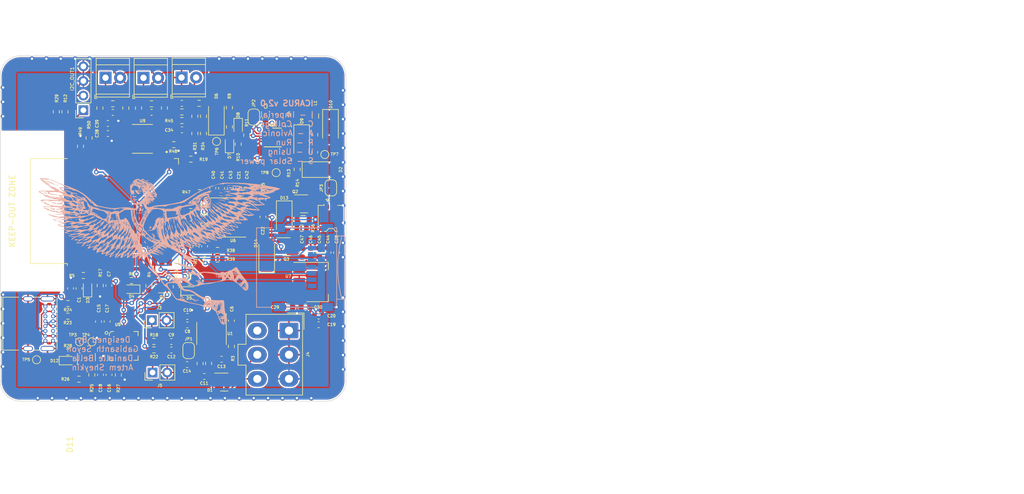
<source format=kicad_pcb>
(kicad_pcb (version 20211014) (generator pcbnew)
  (layers (0 "F.Cu" signal) (31 "B.Cu" signal) (34 "B.Paste" user) (35 "F.Paste" user) (36 "B.SilkS" user "B.Silkscreen") (37 "F.SilkS" user "F.Silkscreen") (38 "B.Mask" user) (39 "F.Mask" user) (44 "Edge.Cuts" user))
  (net 0 "")
  (net 1 "+3V3")
  (net 2 "GND")
  (net 3 "/VSolCharger")
  (net 4 "Net-(C4-Pad1)")
  (net 5 "Net-(C4-Pad2)")
  (net 6 "Net-(C5-Pad2)")
  (net 7 "/EN")
  (net 8 "Net-(C9-Pad2)")
  (net 9 "Net-(C11-Pad1)")
  (net 10 "Net-(C12-Pad2)")
  (net 11 "/CAN_HIGH")
  (net 12 "/CAN_LOW")
  (net 13 "Net-(C22-Pad1)")
  (net 14 "Net-(C23-Pad1)")
  (net 15 "Net-(C24-Pad1)")
  (net 16 "Net-(C25-Pad1)")
  (net 17 "Net-(C25-Pad2)")
  (net 18 "Net-(C26-Pad1)")
  (net 19 "Net-(C26-Pad2)")
  (net 20 "Net-(C27-Pad1)")
  (net 21 "/VoltageReg/V_reg")
  (net 22 "/ADC/AIN0P")
  (net 23 "/ADC/AIN0N")
  (net 24 "/ADC/AIN1P")
  (net 25 "/ADC/AIN1N")
  (net 26 "/ADC/AIN2P")
  (net 27 "/ADC/AIN3P")
  (net 28 "Net-(D2-Pad2)")
  (net 29 "Net-(D3-Pad2)")
  (net 30 "/RXD")
  (net 31 "Net-(D4-Pad2)")
  (net 32 "/TXD")
  (net 33 "Net-(D5-Pad2)")
  (net 34 "Net-(D6-Pad2)")
  (net 35 "Net-(D7-Pad1)")
  (net 36 "Net-(D8-Pad1)")
  (net 37 "VBUS")
  (net 38 "/usb_to_uart/Data+")
  (net 39 "/usb_to_uart/Data-")
  (net 40 "Net-(D12-Pad2)")
  (net 41 "Net-(D13-Pad2)")
  (net 42 "/SDA")
  (net 43 "/SCL")
  (net 44 "/Solar Charger/V_solarpanel")
  (net 46 "Net-(J6-PadA5)")
  (net 48 "Net-(J6-PadB5)")
  (net 51 "/~{SD_CS}")
  (net 52 "/HSPI_MOSI")
  (net 53 "/HSPI_SCLK")
  (net 54 "/HSPI_MISO")
  (net 56 "/Vref")
  (net 57 "Net-(L1-Pad2)")
  (net 58 "Net-(Patch1-Pad1)")
  (net 59 "Net-(Patch2-Pad1)")
  (net 60 "/RTS")
  (net 61 "Net-(Q1-Pad2)")
  (net 62 "/BOOT")
  (net 63 "/DTR")
  (net 64 "Net-(Q1-Pad5)")
  (net 65 "Net-(D14-Pad2)")
  (net 66 "Net-(Q2-Pad2)")
  (net 67 "Net-(Q3-Pad2)")
  (net 68 "/CAN_TX")
  (net 69 "/CAN_RX")
  (net 70 "Net-(R3-Pad1)")
  (net 71 "Net-(R6-Pad1)")
  (net 72 "Net-(R7-Pad1)")
  (net 73 "Net-(R8-Pad2)")
  (net 74 "Net-(R10-Pad2)")
  (net 75 "Net-(R11-Pad2)")
  (net 76 "Net-(R13-Pad2)")
  (net 77 "Net-(R25-Pad1)")
  (net 78 "Net-(R27-Pad2)")
  (net 79 "/SolarPanelVoltage1")
  (net 80 "/SolarPanelVoltage2")
  (net 81 "Net-(R35-Pad1)")
  (net 86 "unconnected-(U2-Pad14)")
  (net 115 "/ADC/~{DRDY}")
  (net 116 "Net-(R47-Pad2)")
  (net 124 "Net-(R48-Pad1)")
  (net 126 "GNDA")
  (net 127 "Net-(C3-Pad2)")
  (footprint "Resistor_SMD:R_0603_1608Metric" (layer "F.Cu") (at 133.125 90.125 -90)
    (fp_text reference "R12")
    (fp_text value "4.7k")
  )
  (footprint "Resistor_SMD:R_0603_1608Metric" (layer "F.Cu") (at 131.625 90.125 -90)
    (fp_text reference "R29")
    (fp_text value "4.7k")
  )
  (footprint "LED_SMD:LED_0603_1608Metric" (layer "F.Cu") (at 137.05 120.825 90)
    (fp_text reference "D3")
    (fp_text value "LED")
  )
  (footprint "Resistor_SMD:R_0603_1608Metric" (layer "F.Cu") (at 154.74 119.76)
    (fp_text reference "R7")
    (fp_text value "470")
  )
  (footprint "Capacitor_SMD:C_0603_1608Metric" (layer "F.Cu") (at 151.6 130.045 180)
    (fp_text reference "C9")
    (fp_text value "1uF")
  )
  (footprint "Diode_SMD:D_SOD-128" (layer "F.Cu") (at 171.2 108.7 -90)
    (fp_text reference "D13")
    (fp_text value "D_Schottky_10V_1.5A")
  )
  (footprint "Package_TO_SOT_SMD:SOT-363_SC-70-6" (layer "F.Cu") (at 150.06575 120.432 180)
    (fp_text reference "Q1")
    (fp_text value "MMDT2222A")
  )
  (footprint "Resistor_SMD:R_0603_1608Metric" (layer "F.Cu") (at 157.175 90.9 -90)
    (fp_text reference "R33")
    (fp_text value "1M")
  )
  (footprint "TerminalBlock_TE-Connectivity:TerminalBlock_TE_282834-2_1x02_P2.54mm_Horizontal" (layer "F.Cu") (at 146.76 84.22)
    (fp_text reference "Patch2")
    (fp_text value "~")
  )
  (footprint "Package_DFN_QFN:DFN-12-1EP_3x3mm_P0.45mm_EP1.66x2.38mm" (layer "F.Cu") (at 169.21 94.5875)
    (fp_text reference "U3")
    (fp_text value "LT3652EDD")
  )
  (footprint "Capacitor_SMD:C_0603_1608Metric" (layer "F.Cu") (at 160.335 133.135 180)
    (fp_text reference "C13")
    (fp_text value "220pF")
  )
  (footprint "LED_SMD:LED_0603_1608Metric" (layer "F.Cu") (at 163.2 92.76 -90)
    (fp_text reference "D8")
    (fp_text value "CHRG LED")
  )
  (footprint "Resistor_SMD:R_0603_1608Metric" (layer "F.Cu") (at 133.625 131.875)
    (fp_text reference "R28")
    (fp_text value "470")
  )
  (footprint "RF_Module:ESP32-WROOM-32" (layer "F.Cu") (at 142.975 107.375 90)
    (fp_text reference "U2")
    (fp_text value "ESP32-WROOM-32D")
  )
  (footprint "Connector_PinHeader_2.54mm:PinHeader_1x02_P2.54mm_Vertical" (layer "F.Cu") (at 148.34 135.44 90)
    (fp_text reference "J5")
    (fp_text value "Conn_01x02_Male")
  )
  (footprint "Diode_SMD:D_SOD-128" (layer "F.Cu") (at 168.15 115.025 90)
    (fp_text reference "D14")
    (fp_text value "D_Schottky_6V")
  )
  (footprint "iclr:QFN28G_0.5-5X5MM" (layer "F.Cu") (at 143.33 130.81)
    (property "VALUE" "CP2102-GMR-QFN28")
    (fp_text reference "U5")
    (fp_text value "INTERFACE-CP2102-GMR(QFN28)")
  )
  (footprint "Connector_PinHeader_2.54mm:PinHeader_1x02_P2.54mm_Vertical" (layer "F.Cu") (at 148.21 126.35 90)
    (fp_text reference "J3")
    (fp_text value "Conn_01x02_Male")
  )
  (footprint "Capacitor_SMD:C_0603_1608Metric" (layer "F.Cu") (at 171.96 92.6575 90)
    (fp_text reference "C4")
    (fp_text value "1u")
  )
  (footprint "Capacitor_SMD:C_0603_1608Metric" (layer "F.Cu") (at 176.5 97.15 90)
    (fp_text reference "C5")
    (fp_text value "10u")
  )
  (footprint "ADS1219IPWT:SOP65P640X120-16N" (layer "F.Cu") (at 146.59 94.83 180)
    (fp_text reference "U9")
    (fp_text value "ADS1219IPWT")
  )
  (footprint "Package_TO_SOT_SMD:SOT-143" (layer "F.Cu") (at 136.84 132.77 90)
    (fp_text reference "D11")
    (fp_text value "SP0503BAHT")
  )
  (footprint "Connector_PinSocket_2.54mm:PinSocket_1x04_P2.54mm_Vertical" (layer "F.Cu") (at 136.325 89.85 180)
    (fp_text reference "I2C_OUT1")
    (fp_text value "Conn_01x04_Female")
  )
  (footprint "Resistor_SMD:R_0603_1608Metric" (layer "F.Cu") (at 133.625 125.65)
    (fp_text reference "R23")
    (fp_text value "5.1k")
  )
  (footprint "Capacitor_SMD:C_0603_1608Metric" (layer "F.Cu") (at 164.775 103.4 90)
    (fp_text reference "C42")
    (fp_text value "2.2u")
  )
  (footprint "Capacitor_SMD:C_0603_1608Metric" (layer "F.Cu") (at 167.475 105.4 90)
    (fp_text reference "C25")
    (fp_text value "0.1u")
  )
  (footprint "Resistor_SMD:R_0603_1608Metric" (layer "F.Cu") (at 174.225 110.35)
    (fp_text reference "R36")
    (fp_text value "15m")
  )
  (footprint "Diode_SMD:D_SOD-128" (layer "F.Cu") (at 174.225 95.475 -90)
    (fp_text reference "D9")
    (fp_text value "D")
  )
  (footprint "Capacitor_SMD:C_0603_1608Metric" (layer "F.Cu") (at 180.3 114.6 -90)
    (fp_text reference "C28")
    (fp_text value "10uF")
  )
  (footprint "TestPoint:TestPoint_Pad_D1.0mm" (layer "F.Cu") (at 169.8 100.7 180)
    (fp_text reference "TP8")
    (fp_text value "TP_Vout")
  )
  (footprint "Resistor_SMD:R_0603_1608Metric" (layer "F.Cu") (at 153.425 90.15)
    (fp_text reference "R44")
    (fp_text value "1k")
  )
  (footprint "Resistor_SMD:R_0603_1608Metric" (layer "F.Cu") (at 161.68 92.76 90)
    (fp_text reference "R8")
    (fp_text value "340k")
  )
  (footprint "Capacitor_SMD:C_0603_1608Metric" (layer "F.Cu") (at 175.8 114.6 90)
    (fp_text reference "C46")
    (fp_text value "0.47u")
  )
  (footprint "Connector_Molex:Molex_Mini-Fit_Jr_5566-06A_2x03_P4.20mm_Vertical" (layer "F.Cu") (at 172.025 128.15 -90)
    (fp_text reference "J4")
    (fp_text value "Conn_01x06_Male")
  )
  (footprint "Capacitor_SMD:C_0603_1608Metric" (layer "F.Cu") (at 174.3 114.6 90)
    (fp_text reference "C47")
    (fp_text value "0.47u")
  )
  (footprint "Capacitor_SMD:C_0603_1608Metric" (layer "F.Cu") (at 157.375 113.5 90)
    (fp_text reference "C26")
    (fp_text value "55nF")
  )
  (footprint "Capacitor_SMD:C_0603_1608Metric" (layer "F.Cu") (at 158.8 103.4 90)
    (fp_text reference "C40")
    (fp_text value "2.2u")
  )
  (footprint "Resistor_SMD:R_0603_1608Metric" (layer "F.Cu") (at 155.675 93.9 -90)
    (fp_text reference "R31")
    (fp_text value "400k")
  )
  (footprint "Capacitor_SMD:C_0603_1608Metric" (layer "F.Cu") (at 167.95 91.225 -90)
    (fp_text reference "C3")
    (fp_text value "10u")
  )
  (footprint "Capacitor_SMD:C_0603_1608Metric" (layer "F.Cu") (at 154.385 125.69 180)
    (fp_text reference "C10")
    (fp_text value "10uF")
  )
  (footprint "Resistor_SMD:R_0603_1608Metric" (layer "F.Cu") (at 137.325 94.675 90)
    (fp_text reference "R50")
    (fp_text value "1k")
  )
  (footprint "Capacitor_SMD:C_0603_1608Metric" (layer "F.Cu") (at 140.78 135.85 90)
    (fp_text reference "C16")
    (fp_text value "1.0uF")
  )
  (footprint "Resistor_SMD:R_0603_1608Metric" (layer "F.Cu") (at 145.9 89.48 90)
    (fp_text reference "R42")
    (fp_text value "1k")
  )
  (footprint "Capacitor_SMD:C_0603_1608Metric" (layer "F.Cu") (at 154.975 109.6 180)
    (fp_text reference "C23")
    (fp_text value "0.1u")
  )
  (footprint "Resistor_SMD:R_0603_1608Metric" (layer "F.Cu") (at 164.7 94.19 -90)
    (fp_text reference "R11")
    (fp_text value "10k")
  )
  (footprint "Resistor_SMD:R_0603_1608Metric" (layer "F.Cu") (at 135.56 136.6)
    (fp_text reference "R26")
    (fp_text value "47k")
  )
  (footprint "Capacitor_SMD:C_0603_1608Metric" (layer "F.Cu") (at 141.44 90.23)
    (fp_text reference "C31")
    (fp_text value "10nF")
  )
  (footprint "Resistor_SMD:R_0603_1608Metric" (layer "F.Cu") (at 171.95 98.5 -90)
    (fp_text reference "R13")
    (fp_text value "560k")
  )
  (footprint "Resistor_SMD:R_0603_1608Metric" (layer "F.Cu") (at 148.57 131.51)
    (fp_text reference "R22")
    (fp_text value "0")
  )
  (footprint "Resistor_SMD:R_0603_1608Metric" (layer "F.Cu") (at 163.21 95.76 90)
    (fp_text reference "R10")
    (fp_text value "10k")
  )
  (footprint "Capacitor_SMD:C_0603_1608Metric" (layer "F.Cu") (at 160.325 103.4 90)
    (fp_text reference "C41")
    (fp_text value "2.2u")
  )
  (footprint "Capacitor_SMD:C_0603_1608Metric" (layer "F.Cu") (at 140.75 120.325 -90)
    (fp_text reference "C7")
    (fp_text value "1uF")
  )
  (footprint "TerminalBlock_TE-Connectivity:TerminalBlock_TE_282834-2_1x02_P2.54mm_Horizontal" (layer "F.Cu") (at 153.37 84.17)
    (fp_text reference "J1")
    (fp_text value "Screw_Terminal_SolarPanel_Input")
  )
  (footprint "Resistor_SMD:R_0603_1608Metric" (layer "F.Cu") (at 156.5 104.175 180)
    (fp_text reference "R47")
    (fp_text value "1M")
  )
  (footprint "Resistor_SMD:R_0603_1608Metric" (layer "F.Cu") (at 156.425 88.65)
    (fp_text reference "R32")
    (fp_text value "0.22-Current Sense")
  )
  (footprint "LED_SMD:LED_0603_1608Metric" (layer "F.Cu") (at 161.7 95.76 90)
    (fp_text reference "D7")
    (fp_text value "FAULT LED")
  )
  (footprint "Package_TO_SOT_SMD:SOT-223-3_TabPin2" (layer "F.Cu") (at 176.95 119.72)
    (fp_text reference "U7")
    (fp_text value "LT1963AxST-3.3")
  )
  (footprint "Capacitor_SMD:C_0603_1608Metric" (layer "F.Cu") (at 157.325 136.135 180)
    (fp_text reference "C11")
    (fp_text value "0.1uF")
  )
  (footprint "Capacitor_SMD:C_0603_1608Metric" (layer "F.Cu") (at 140.45 126.575 -90)
    (fp_text reference "C17")
    (fp_text value "0.1uF")
  )
  (footprint "Package_TO_SOT_SMD:SOT-23" (layer "F.Cu") (at 174.65 106.125)
    (fp_text reference "Q2")
    (fp_text value "Q_NMOS_DGS")
  )
  (footprint "Resistor_SMD:R_0603_1608Metric" (layer "F.Cu") (at 152.46 120.52 90)
    (fp_text reference "R16")
    (fp_text value "10K")
  )
  (footprint "Capacitor_SMD:C_0603_1608Metric" (layer "F.Cu") (at 135.575 120.825 -90)
    (fp_text reference "C1")
    (fp_text value "10uF")
  )
  (footprint "Resistor_SMD:R_0603_1608Metric" (layer "F.Cu") (at 135.825 96.125 90)
    (fp_text reference "R49")
    (fp_text value "1k")
  )
  (footprint "Capacitor_SMD:C_0603_1608Metric" (layer "F.Cu") (at 177.175 127.125)
    (fp_text reference "C19")
    (fp_text value "0.1uF")
  )
  (footprint "TestPoint:TestPoint_Pad_D1.0mm" (layer "F.Cu") (at 135.65 130.11)
    (fp_text reference "TP3")
    (fp_text value "TestPoint")
  )
  (footprint "Resistor_SMD:R_0603_1608Metric" (layer "F.Cu") (at 155.875 113.5 90)
    (fp_text reference "R37")
    (fp_text value "17k")
  )
  (footprint "Package_TO_SOT_SMD:SOT-23" (layer "F.Cu") (at 160.785 137.105)
    (fp_text reference "D1")
    (fp_text value "SM712_SOT23")
  )
  (footprint "TestPoint:TestPoint_Pad_D1.0mm" (layer "F.Cu") (at 178.25 97.55 180)
    (fp_text reference "TP7")
    (fp_text value "TP_BAT")
  )
  (footprint "Capacitor_SMD:C_0603_1608Metric" (layer "F.Cu") (at 154.385 127.17 180)
    (fp_text reference "C8")
    (fp_text value "100nF")
  )
  (footprint "Resistor_SMD:R_0603_1608Metric" (layer "F.Cu") (at 176.5 94.125 -90)
    (fp_text reference "R15")
    (fp_text value "0.05")
  )
  (footprint "LED_SMD:LED_0603_1608Metric" (layer "F.Cu") (at 154.74 121.27)
    (fp_text reference "D5")
    (fp_text value "LED")
  )
  (footprint "TestPoint:TestPoint_Pad_D1.0mm" (layer "F.Cu") (at 128.2 133.225)
    (fp_text reference "TP5")
    (fp_text value "TestPoint")
  )
  (footprint "Capacitor_SMD:C_0603_1608Metric" (layer "F.Cu") (at 171.88 124.07)
    (fp_text reference "C29")
    (fp_text value "10uF")
  )
  (footprint "Resistor_SMD:R_0603_1608Metric" (layer "F.Cu") (at 152.02 95.84)
    (fp_text reference "R48")
    (fp_text value "10k")
  )
  (footprint "TestPoint:TestPoint_Pad_D1.0mm" (layer "F.Cu") (at 159.45 95.275 -90)
    (fp_text reference "TP6")
    (fp_text value "TP_Vsolarpanel")
  )
  (footprint "TestPoint:TestPoint_Pad_D1.0mm" (layer "F.Cu") (at 137.82 130.11)
    (fp_text reference "TP4")
    (fp_text value "TestPoint")
  )
  (footprint "Connector_USB:USB_C_Receptacle_GCT_USB4085" (layer "F.Cu") (at 131.075 123.975 -90)
    (fp_text reference "J6")
    (fp_text value "USB_C_Receptacle_USB2.0")
  )
  (footprint "Resistor_SMD:R_0603_1608Metric" (layer "F.Cu") (at 144.684 119.457 180)
    (fp_text reference "R6")
    (fp_text value "470")
  )
  (footprint "Capacitor_SMD:C_0603_1608Metric" (layer "F.Cu") (at 151.6 131.52 180)
    (fp_text reference "C12")
    (fp_text value "0.1uF")
  )
  (footprint "Resistor_SMD:R_0603_1608Metric" (layer "F.Cu") (at 161.68 89.41 90)
    (fp_text reference "R9")
    (fp_text value "100k")
  )
  (footprint "Resistor_SMD:R_0603_1608Metric" (layer "F.Cu") (at 156.6 133.875 90)
    (fp_text reference "R21")
    (fp_text value "60")
  )
  (footprint "Resistor_SMD:R_0603_1608Metric" (layer "F.Cu") (at 173.45 100.125 -90)
    (fp_text reference "R14")
    (fp_text value "450k")
  )
  (footprint "Capacitor_SMD:C_0603_1608Metric" (layer "F.Cu") (at 134.1 120.825 -90)
    (fp_text reference "C2")
    (fp_text value "0.1uF")
  )
  (footprint "Capacitor_SMD:C_0603_1608Metric" (layer "F.Cu") (at 178.8 114.6 90)
    (fp_text reference "C44")
    (fp_text value "47u")
  )
  (footprint "Resistor_SMD:R_0603_1608Metric" (layer "F.Cu") (at 158.075 133.865 -90)
    (fp_text reference "R20")
    (fp_text value "60")
  )
  (footprint "Capacitor_SMD:C_0603_1608Metric" (layer "F.Cu") (at 154.975 107.925 180)
    (fp_text reference "C24")
    (fp_text value "1.6n")
  )
  (footprint "Resistor_SMD:R_0603_1608Metric" (layer "F.Cu") (at 153.425 91.65)
    (fp_text reference "R45")
    (fp_text value "1k")
  )
  (footprint "Connector_JST:JST_ACH_BM02B-ACHSS-GAN-ETF_1x02-1MP_P1.20mm_Vertical" (layer "F.Cu") (at 179.3 108.5)
    (fp_text reference "J13")
    (fp_text value "Battery Connector")
  )
  (footprint "Resistor_SMD:R_0603_1608Metric" (layer "F.Cu") (at 141.44 88.73)
    (fp_text reference "R_Shunt1")
    (fp_text value "1k")
  )
  (footprint "Resistor_SMD:R_0603_1608Metric" (layer "F.Cu") (at 159.625 115.725)
    (fp_text reference "R39")
    (fp_text value "332")
  )
  (footprint "Diode_SMD:D_SOD-128" (layer "F.Cu") (at 179.23 92.8 -90)
    (fp_text reference "D10")
    (fp_text value "CMSH3-20MA")
  )
  (footprint "LED_SMD:LED_0603_1608Metric" (layer "F.Cu") (at 144.659 120.957 180)
    (fp_text reference "D4")
    (fp_text value "LED")
  )
  (footprint "Capacitor_SMD:C_0603_1608Metric" (layer "F.Cu") (at 174.89 124.08 180)
    (fp_text reference "C30")
    (fp_text value "100nF")
  )
  (footprint "Resistor_SMD:R_0603_1608Metric" (layer "F.Cu") (at 155.675 90.9 -90)
    (fp_text reference "R30")
    (fp_text value "1M")
  )
  (footprint "Capacitor_SMD:C_0603_1608Metric" (layer "F.Cu") (at 153.425 88.65)
    (fp_text reference "C33")
    (fp_text value "~")
  )
  (footprint "Capacitor_SMD:C_0603_1608Metric" (layer "F.Cu") (at 167.5 108.4 -90)
    (fp_text reference "C22")
    (fp_text value "1u")
  )
  (footprint "Resistor_SMD:R_0603_1608Metric" (layer "F.Cu") (at 137.789 135.86 90)
    (fp_text reference "R25")
    (fp_text value "24k")
  )
  (footprint "Jumper:SolderJumper-2_P1.3mm_Open_RoundedPad1.0x1.5mm" (layer "F.Cu") (at 154.6 131.625 -90)
    (fp_text reference "JP1")
    (fp_text value "SolderJumper_2_Open")
  )
  (footprint "Capacitor_SMD:C_0603_1608Metric" (layer "F.Cu") (at 177.3 114.6 90)
    (fp_text reference "C45")
    (fp_text value "47u")
  )
  (footprint "Jumper:SolderJumper-2_P1.3mm_Bridged_RoundedPad1.0x1.5mm" (layer "F.Cu") (at 179.3 103.35 -90)
    (fp_text reference "JP3")
    (fp_text value "SolderJumper_2_Bridged")
  )
  (footprint "Diode_SMD:D_SOD-128" (layer "F.Cu") (at 177.4 100.175)
    (fp_text reference "D2")
    (fp_text value "CMSH3-20MA")
  )
  (footprint "Resistor_SMD:R_0603_1608Metric" (layer "F.Cu") (at 159.625 114.225 180)
    (fp_text reference "R38")
    (fp_text value "1000")
  )
  (footprint "Package_TO_SOT_SMD:SOT-23" (layer "F.Cu") (at 171.6 113.575)
    (fp_text reference "Q3")
    (fp_text value "Q_NMOS_DGS")
  )
  (footprint "Resistor_SMD:R_0603_1608Metric" (layer "F.Cu") (at 133.65 123.45 180)
    (fp_text reference "R24")
    (fp_text value "5.1k")
  )
  (footprint "Capacitor_SMD:C_0603_1608Metric" (layer "F.Cu") (at 177.175 125.625)
    (fp_text reference "C20")
    (fp_text value "10uF")
  )
  (footprint "Capacitor_SMD:C_0603_1608Metric" (layer "F.Cu") (at 140.58 92.15 180)
    (fp_text reference "C38")
    (fp_text value "0.1uF")
  )
  (footprint "Resistor_SMD:R_0603_1608Metric" (layer "F.Cu") (at 139.25 120.325 90)
    (fp_text reference "R17")
    (fp_text value "10K")
  )
  (footprint "Package_SO:Texas_PWP0020A" (layer "F.Cu") (at 162.25 108.5)
    (fp_text reference "U6")
    (fp_text value "LM5118MH")
  )
  (footprint "Inductor_SMD:L_0805_2012Metric" (layer "F.Cu") (at 176.62 90.85 -90)
    (fp_text reference "L1")
    (fp_text value "10u")
  )
  (footprint "Jumper:SolderJumper-2_P1.3mm_Bridged_RoundedPad1.0x1.5mm" (layer "F.Cu") (at 165.925 91.05 -90)
    (fp_text reference "JP2")
    (fp_text value "SolderJumper_2_Bridged")
  )
  (footprint "Resistor_SMD:R_0603_1608Metric" (layer "F.Cu") (at 150.4 89.47 -90)
    (fp_text reference "R43")
    (fp_text value "1k")
  )
  (footprint "Resistor_SMD:R_0603_1608Metric" (layer "F.Cu") (at 136.325 118.575)
    (fp_text reference "R5")
    (fp_text value "470")
  )
  (footprint "Resistor_SMD:R_0603_1608Metric" (layer "F.Cu") (at 154.975 106.425 180)
    (fp_text reference "R35")
    (fp_text value "18.3k")
  )
  (footprint "Resistor_SMD:R_0603_1608Metric" (layer "F.Cu") (at 139.19 89.48 90)
    (fp_text reference "R40")
    (fp_text value "1k")
  )
  (footprint "Diode_SMD:D_SOD-128" (layer "F.Cu") (at 159.42 91.09 90)
    (fp_text reference "D6")
    (fp_text value "CMSH1-20MA")
  )
  (footprint "Resistor_SMD:R_0603_1608Metric" (layer "F.Cu") (at 162.025 130.9 90)
    (fp_text reference "R3")
    (fp_text value "10k")
  )
  (footprint "Resistor_SMD:R_0603_1608Metric" (layer "F.Cu") (at 143.69 89.48 -90)
    (fp_text reference "R41")
    (fp_text value "1k")
  )
  (footprint "Capacitor_SMD:C_0603_1608Metric" (layer "F.Cu") (at 154.34 134.055)
    (fp_text reference "C14")
    (fp_text value "220 pF")
  )
  (footprint "Resistor_SMD:R_0603_1608Metric" (layer "F.Cu") (at 142.4 135.87 90)
    (fp_text reference "R27")
    (fp_text value "4.7k")
  )
  (footprint "Package_SO:SOIC-8_3.9x4.9mm_P1.27mm" (layer "F.Cu") (at 158.575 128.65 -90)
    (fp_text reference "U1")
    (fp_text value "SN65HVD230")
  )
  (footprint "Capacitor_SMD:C_0603_1608Metric" (layer "F.Cu") (at 148.16 90.22)
    (fp_text reference "C32")
    (fp_text value "10nF")
  )
  (footprint "LED_SMD:LED_0603_1608Metric" (layer "F.Cu") (at 133.6125 133.375)
    (fp_text reference "D12")
    (fp_text value "USB_LED")
  )
  (footprint "Resistor_SMD:R_0603_1608Metric" (layer "F.Cu") (at 148.15 88.74)
    (fp_text reference "R_Shunt2")
    (fp_text value "1k")
  )
  (footprint "TerminalBlock_TE-Connectivity:TerminalBlock_TE_282834-2_1x02_P2.54mm_Horizontal" (layer "F.Cu") (at 140.17 84.205)
    (fp_text reference "Patch1")
    (fp_text value "~")
  )
  (footprint "Capacitor_SMD:C_0603_1608Metric" (layer "F.Cu") (at 139.3 135.85 90)
    (fp_text reference "C18")
    (fp_text value "0.1uF")
  )
  (footprint "Resistor_SMD:R_0603_1608Metric" (layer "F.Cu") (at 155 98.35 180)
    (fp_text reference "R19")
    (fp_text value "10K")
  )
  (footprint "Capacitor_SMD:C_0603_1608Metric" (layer "F.Cu") (at 156.625 111.275)
    (fp_text reference "C27")
    (fp_text value "0.01nF")
  )
  (footprint "Inductor_SMD:L_0805_2012Metric" (layer "F.Cu") (at 174.49 108.72 180)
    (fp_text reference "L2")
    (fp_text value "17uH")
  )
  (footprint "Capacitor_SMD:C_0603_1608Metric" (layer "F.Cu") (at 140.58 93.91)
    (fp_text reference "C39")
    (fp_text value "10uF")
  )
  (footprint "Capacitor_SMD:C_0603_1608Metric" (layer "F.Cu") (at 138.96 126.58 -90)
    (fp_text reference "C15")
    (fp_text value "47uF")
  )
  (footprint "Capacitor_SMD:C_0603_1608Metric" (layer "F.Cu") (at 162.025 126.43 90)
    (fp_text reference "C6")
    (fp_text value "160pF")
  )
  (footprint "Capacitor_SMD:C_0603_1608Metric" (layer "F.Cu") (at 161.835 103.399 90)
    (fp_text reference "C43")
    (fp_text value "2.2u")
  )
  (footprint "Capacitor_SMD:C_0603_1608Metric" (layer "F.Cu") (at 163.305 103.399 90)
    (fp_text reference "C21")
    (fp_text value "2.2u")
  )
  (footprint "Resistor_SMD:R_0603_1608Metric" (layer "F.Cu") (at 148.57 130.035)
    (fp_text reference "R18")
    (fp_text value "0")
  )
  (footprint "Capacitor_SMD:C_0603_1608Metric" (layer "F.Cu") (at 153.44 93.25)
    (fp_text reference "C34")
    (fp_text value "~")
  )
  (footprint "Resistor_SMD:R_0603_1608Metric" (layer "F.Cu") (at 147.7 120.357 -90)
    (fp_text reference "R4")
    (fp_text value "10K")
  )
  (footprint "Resistor_SMD:R_0603_1608Metric" (layer "F.Cu") (at 157.175 93.9 -90)
    (fp_text reference "R34")
    (fp_text value "400k")
  )
  (footprint "iclr:icarus2.0" (layer "B.Cu") (at 149.4 113.65 180)
    (fp_text reference "G***")
    (fp_text value "LOGO" hide)
  )
  (footprint "Connector_Card:microSD_HC_Wuerth_693072010801" (layer "B.Cu") (at 174.5025 117.2 90)
    (fp_text reference "J7")
    (fp_text value "~")
  )
  (gr_line (start 178.4 80.4) (end 125.4 80.4) (layer "Edge.Cuts") (width 0.1))
  (gr_line (start 121.9 83.9) (end 121.9 136.9) (layer "Edge.Cuts") (width 0.1))
  (gr_line (start 125.4 140.4) (end 178.4 140.4) (layer "Edge.Cuts") (width 0.1))
  (gr_arc (start 178.4 80.4) (mid 180.874874 81.425126) (end 181.9 83.9) (layer "Edge.Cuts") (width 0.1))
  (gr_arc (start 125.4 140.4) (mid 122.925126 139.374874) (end 121.9 136.9) (layer "Edge.Cuts") (width 0.1))
  (gr_arc (start 181.9 136.9) (mid 180.874874 139.374874) (end 178.4 140.4) (layer "Edge.Cuts") (width 0.1))
  (gr_line (start 181.9 136.9) (end 181.9 83.9) (layer "Edge.Cuts") (width 0.1))
  (gr_arc (start 121.9 83.9) (mid 122.925126 81.425126) (end 125.4 80.4) (layer "Edge.Cuts") (width 0.1))
  (gr_text "I - Imperial\nC - College\nA - Avionics\nR - Run\nU - Using\nS - Solar power" (at 176.4 94.65) (layer "B.SilkS") (effects (font (size 1 1)) (justify left mirror)))
  (gr_text "ICARUS v2.0" (at 171.65 88.65) (layer "B.SilkS") (effects (font (size 1 1) (thickness 0.2)) (justify mirror)))
  (gr_text "Designed By:\nGabisanth Seyon\nDanielle Bella\nArtem Sheykin" (at 139.65 132.15) (layer "B.SilkS") (effects (font (size 1 1)) (justify mirror)))
  (segment (start 141.355 92.15) (end 141.95 92.15) (width 0.25) (layer "F.Cu") (net 1))
  (segment (start 143.72 95.155) (end 143.72 94.8) (width 0.25) (layer "F.Cu") (net 1))
  (segment (start 143.48 136.695) (end 143.5 136.675) (width 0.25) (layer "F.Cu") (net 1))
  (segment (start 141.25 95.175) (end 141.25 94.015) (width 0.25) (layer "F.Cu") (net 1))
  (segment (start 155.16 125.69) (end 155.16 124.625) (width 0.25) (layer "F.Cu") (net 1))
  (segment (start 135.5 118.575) (end 135.99 118.085) (width 0.25) (layer "F.Cu") (net 1))
  (segment (start 143.72 92.555) (end 141.76 92.555) (width 0.25) (layer "F.Cu") (net 1))
  (segment (start 140.45 127.35) (end 138.965 127.35) (width 0.25) (layer "F.Cu") (net 1))
  (segment (start 141.95 92.15) (end 142.4 91.7) (width 0.25) (layer "F.Cu") (net 1))
  (segment (start 172.665 124.08) (end 172.655 124.07) (width 0.25) (layer "F.Cu") (net 1))
  (segment (start 157.94 126.175) (end 157.94 126.551072) (width 0.25) (layer "F.Cu") (net 1))
  (segment (start 139.774288 132.574288) (end 140.475712 132.574288) (width 0.25) (layer "F.Cu") (net 1))
  (segment (start 176.4 125.625) (end 176.4 127.125) (width 0.25) (layer "F.Cu") (net 1))
  (segment (start 155.16 124.625) (end 155.17 124.615) (width 0.25) (layer "F.Cu") (net 1))
  (segment (start 134.1 119.025) (end 134.1 120.05) (width 0.25) (layer "F.Cu") (net 1))
  (segment (start 140.45 127.629777) (end 140.45 127.35) (width 0.25) (layer "F.Cu") (net 1))
  (segment (start 133.125 89.3) (end 133.125 87.97) (width 0.25) (layer "F.Cu") (net 1))
  (segment (start 133.125 87.97) (end 136.325 84.77) (width 0.25) (layer "F.Cu") (net 1))
  (segment (start 135.825 94.325) (end 135.825 95.3) (width 0.25) (layer "F.Cu") (net 1))
  (segment (start 174.115 124.08) (end 173.42 124.08) (width 0.25) (layer "F.Cu") (net 1))
  (segment (start 142.245 94.8) (end 143.72 94.8) (width 0.5) (layer "F.Cu") (net 1))
  (segment (start 155.825 98.35) (end 155.825 97.275) (width 0.25) (layer "F.Cu") (net 1))
  (segment (start 135.5 120.025) (end 135.525 120.05) (width 0.25) (layer "F.Cu") (net 1))
  (segment (start 135.525 120.05) (end 134.1 120.05) (width 0.25) (layer "F.Cu") (net 1))
  (segment (start 155.16 127.17) (end 155.16 125.69) (width 0.25) (layer "F.Cu") (net 1))
  (segment (start 173.8 122.02) (end 173.92 122.14) (width 0.25) (layer "F.Cu") (net 1))
  (segment (start 155.46452 127.47452) (end 155.16 127.17) (width 0.25) (layer "F.Cu") (net 1))
  (segment (start 142.4 136.695) (end 143.48 136.695) (width 0.25) (layer "F.Cu") (net 1))
  (segment (start 141.355 93.91) (end 142.245 94.8) (width 0.5) (layer "F.Cu") (net 1))
  (segment (start 152.845 95.84) (end 152.845 96.895) (width 0.25) (layer "F.Cu") (net 1))
  (segment (start 173.42 125.13) (end 173.4 125.15) (width 0.25) (layer "F.Cu") (net 1))
  (segment (start 173.92 123.885) (end 174.115 124.08) (width 0.25) (layer "F.Cu") (net 1))
  (segment (start 140.78 135.075) (end 140.78 132.35) (width 0.5) (layer "F.Cu") (net 1))
  (segment (start 140.78 132.35) (end 140.74 132.31) (width 0.5) (layer "F.Cu") (net 1))
  (segment (start 135.825 95.3) (end 135.875 95.3) (width 0.25) (layer "F.Cu") (net 1))
  (segment (start 141.76 92.555) (end 141.355 92.15) (width 0.25) (layer "F.Cu") (net 1))
  (segment (start 135.5 118.575) (end 135.5 120.025) (width 0.25) (layer "F.Cu") (net 1))
  (segment (start 173.42 124.08) (end 173.42 125.13) (width 0.25) (layer "F.Cu") (net 1))
  (segment (start 140.475712 132.574288) (end 140.74 132.31) (width 0.25) (layer "F.Cu") (net 1))
  (segment (start 157.94 126.551072) (end 157.016552 127.47452) (width 0.25) (layer "F.Cu") (net 1))
  (segment (start 138.965 127.35) (end 138.96 127.355) (width 0.25) (layer "F.Cu") (net 1))
  (segment (start 173.42 124.08) (end 172.665 124.08) (width 0.25) (layer "F.Cu") (net 1))
  (segment (start 176.703839 124.462162) (end 176.703839 125.321161) (width 0.25) (layer "F.Cu") (net 1))
  (segment (start 176.703839 125.321161) (end 176.4 125.625) (width 0.25) (layer "F.Cu") (net 1))
  (segment (start 173.92 122.14) (end 173.92 123.885) (width 0.25) (layer "F.Cu") (net 1))
  (segment (start 140.74 131.81) (end 140.74 132.31) (width 0.25) (layer "F.Cu") (net 1))
  (segment (start 135.875 95.3) (end 137.325 93.85) (width 0.25) (layer "F.Cu") (net 1))
  (segment (start 152.845 96.895) (end 152.85 96.9) (width 0.25) (layer "F.Cu") (net 1))
  (segment (start 134.15 118.975) (end 134.1 119.025) (width 0.25) (layer "F.Cu") (net 1))
  (segment (start 139.25 121.15) (end 139.25 122.2) (width 0.25) (layer "F.Cu") (net 1))
  (segment (start 139.3 135.075) (end 140.78 135.075) (width 0.5) (layer "F.Cu") (net 1))
  (segment (start 131.625 89.3) (end 133.125 89.3) (width 0.25) (layer "F.Cu") (net 1))
  (segment (start 141.25 94.015) (end 141.355 93.91) (width 0.25) (layer "F.Cu") (net 1))
  (segment (start 157.016552 127.47452) (end 155.46452 127.47452) (width 0.25) (layer "F.Cu") (net 1))
  (segment (start 143.72 94.8) (end 143.72 94.505) (width 0.25) (layer "F.Cu") (net 1))
  (segment (start 138.668739 129.411038) (end 140.45 127.629777) (width 0.25) (layer "F.Cu") (net 1))
  (segment (start 135.99 118.085) (end 135.99 115.875) (width 0.25) (layer "F.Cu") (net 1))
  (segment (start 139.25 122.2) (end 139.225 122.225) (width 0.25) (layer "F.Cu") (net 1))
  (via (at 155.175 124.6) (size 0.8) (drill 0.4) (layers "F.Cu" "B.Cu") (net 1))
  (via (at 141.25 95.175) (size 0.8) (drill 0.4) (layers "F.Cu" "B.Cu") (net 1))
  (via (at 134.15 118.975) (size 0.8) (drill 0.4) (layers "F.Cu" "B.Cu") (net 1))
  (via (at 143.5 136.675) (size 0.8) (drill 0.4) (layers "F.Cu" "B.Cu") (net 1))
  (via (at 142.4 91.7) (size 0.8) (drill 0.4) (layers "F.Cu" "B.Cu") (net 1))
  (via (at 152.85 96.9) (size 0.8) (drill 0.4) (layers "F.Cu" "B.Cu") (net 1))
  (via (at 139.225 122.225) (size 0.8) (drill 0.4) (layers "F.Cu" "B.Cu") (net 1))
  (via (at 155.825 97.275) (size 0.8) (drill 0.4) (layers "F.Cu" "B.Cu") (net 1))
  (via (at 173.4 125.15) (size 0.8) (drill 0.4) (layers "F.Cu" "B.Cu") (net 1))
  (via (at 139.774288 132.574288) (size 0.8) (drill 0.4) (layers "F.Cu" "B.Cu") (net 1))
  (via (at 138.668739 129.411038) (size 0.8) (drill 0.4) (layers "F.Cu" "B.Cu") (net 1))
  (via (at 135.825 94.325) (size 0.8) (drill 0.4) (layers "F.Cu" "B.Cu") (net 1))
  (via (at 176.703839 124.462162) (size 0.8) (drill 0.4) (layers "F.Cu" "B.Cu") (net 1))
  (segment (start 177.127011 117.174511) (end 177.0525 117.1) (width 0.25) (layer "B.Cu") (net 1))
  (segment (start 176.7 124.458323) (end 176.7 121.551522) (width 0.25) (layer "B.Cu") (net 1))
  (segment (start 176.7 121.551522) (end 177.127011 121.124511) (width 0.25) (layer "B.Cu") (net 1))
  (segment (start 138.668739 129.411038) (end 138.668739 131.468739) (width 0.25) (layer "B.Cu") (net 1))
  (segment (start 177.0525 117.1) (end 176.0525 117.1) (width 0.25) (layer "B.Cu") (net 1))
  (segment (start 138.668739 131.468739) (end 139.774288 132.574288) (width 0.25) (layer "B.Cu") (net 1))
  (segment (start 177.127011 121.124511) (end 177.127011 117.174511) (width 0.25) (layer "B.Cu") (net 1))
  (segment (start 176.703839 124.462162) (end 176.7 124.458323) (width 0.25) (layer "B.Cu") (net 1))
  (segment (start 159.28 108.825) (end 161.925 108.825) (width 0.25) (layer "F.Cu") (net 2))
  (segment (start 154.15 108.825) (end 154.15 109.55) (width 0.25) (layer "F.Cu") (net 2))
  (segment (start 140.74 130.31) (end 142.83 130.31) (width 0.25) (layer "F.Cu") (net 2))
  (segment (start 159.25548 108.80048) (end 154.19952 108.80048) (width 0.25) (layer "F.Cu") (net 2))
  (segment (start 167.81 95.7125) (end 168.484022 95.7125) (width 0.25) (layer "F.Cu") (net 2))
  (segment (start 154.15 106.425) (end 154.15 108.825) (width 0.25) (layer "F.Cu") (net 2))
  (segment (start 163.225 109.475) (end 162.25 108.5) (width 0.25) (layer "F.Cu") (net 2))
  (segment (start 169.21 94.986522) (end 169.21 94.5875) (width 0.25) (layer "F.Cu") (net 2))
  (segment (start 161.925 108.825) (end 162.25 108.5) (width 0.25) (layer "F.Cu") (net 2))
  (segment (start 165.22 107.525) (end 163.225 107.525) (width 0.25) (layer "F.Cu") (net 2))
  (segment (start 165.22 109.475) (end 163.225 109.475) (width 0.25) (layer "F.Cu") (net 2))
  (segment (start 154.19952 108.80048) (end 154.175 108.825) (width 0.25) (layer "F.Cu") (net 2))
  (segment (start 163.225 107.525) (end 162.25 108.5) (width 0.25) (layer "F.Cu") (net 2))
  (segment (start 142.83 130.31) (end 143.33 130.81) (width 0.25) (layer "F.Cu") (net 2))
  (segment (start 154.15 109.55) (end 154.2 109.6) (width 0.25) (layer "F.Cu") (net 2))
  (segment (start 154.175 108.825) (end 154.15 108.825) (width 0.25) (layer "F.Cu") (net 2))
  (segment (start 159.28 108.825) (end 159.25548 108.80048) (width 0.25) (layer "F.Cu") (net 2))
  (segment (start 168.484022 95.7125) (end 169.21 94.986522) (width 0.25) (layer "F.Cu") (net 2))
  (via (at 128.4 139.9) (size 0.8) (drill 0.4) (layers "F.Cu" "B.Cu") (net 2))
  (via (at 181.4 98.9) (size 0.8) (drill 0.4) (layers "F.Cu" "B.Cu") (net 2))
  (via (at 163.4 139.9) (size 0.8) (drill 0.4) (layers "F.Cu" "B.Cu") (net 2))
  (via (at 181.4 109.4) (size 0.8) (drill 0.4) (layers "F.Cu" "B.Cu") (net 2))
  (via (at 172.4 80.9) (size 0.8) (drill 0.4) (layers "F.Cu" "B.Cu") (net 2))
  (via (at 181.4 103.9) (size 0.8) (drill 0.4) (layers "F.Cu" "B.Cu") (net 2))
  (via (at 164.9 80.9) (size 0.8) (drill 0.4) (layers "F.Cu" "B.Cu") (net 2))
  (via (at 122.4 88.4) (size 0.8) (drill 0.4) (layers "F.Cu" "B.Cu") (net 2))
  (via (at 167.4 80.9) (size 0.8) (drill 0.4) (layers "F.Cu" "B.Cu") (net 2))
  (via (at 132.4 80.9) (size 0.8) (drill 0.4) (layers "F.Cu" "B.Cu") (net 2))
  (via (at 130.9 139.9) (size 0.8) (drill 0.4) (layers "F.Cu" "B.Cu") (net 2))
  (via (at 162.4 80.9) (size 0.8) (drill 0.4) (layers "F.Cu" "B.Cu") (net 2))
  (via (at 181.4 129.9) (size 0.8) (drill 0.4) (layers "F.Cu" "B.Cu") (net 2))
  (via (at 137.4 80.9) (size 0.8) (drill 0.4) (layers "F.Cu" "B.Cu") (net 2))
  (via (at 122.4 134.4) (size 0.8) (drill 0.4) (layers "F.Cu" "B.Cu") (net 2))
  (via (at 140.9 139.9) (size 0.8) (drill 0.4) (layers "F.Cu" "B.Cu") (net 2))
  (via (at 145.9 139.9) (size 0.8) (drill 0.4) (layers "F.Cu" "B.Cu") (net 2))
  (via (at 174.9 80.9) (size 0.8) (drill 0.4) (layers "F.Cu" "B.Cu") (net 2))
  (via (at 169.9 80.9) (size 0.8) (drill 0.4) (layers "F.Cu" "B.Cu") (net 2))
  (via (at 181.4 134.9) (size 0.8) (drill 0.4) (layers "F.Cu" "B.Cu") (net 2))
  (via (at 135.9 139.9) (size 0.8) (drill 0.4) (layers "F.Cu" "B.Cu") (net 2))
  (via (at 127.4 80.9) (size 0.8) (drill 0.4) (layers "F.Cu" "B.Cu") (net 2))
  (via (at 122.4 129.4) (size 0.8) (drill 0.4) (layers "F.Cu" "B.Cu") (net 2))
  (via (at 173.4 139.9) (size 0.8) (drill 0.4) (layers "F.Cu" "B.Cu") (net 2))
  (via (at 122.4 126.9) (size 0.8) (drill 0.4) (layers "F.Cu" "B.Cu") (net 2))
  (via (at 150.9 139.9) (size 0.8) (drill 0.4) (layers "F.Cu" "B.Cu") (net 2))
  (via (at 143.4 139.9) (size 0.8) (drill 0.4) (layers "F.Cu" "B.Cu") (net 2))
  (via (at 153.4 139.9) (size 0.8) (drill 0.4) (layers "F.Cu" "B.Cu") (net 2))
  (via (at 181.4 106.4) (size 0.8) (drill 0.4) (layers "F.Cu" "B.Cu") (net 2))
  (via (at 181.4 132.4) (size 0.8) (drill 0.4) (layers "F.Cu" "B.Cu") (net 2))
  (via (at 168.4 139.9) (size 0.8) (drill 0.4) (layers "F.Cu" "B.Cu") (net 2))
  (via (at 155.9 139.9) (size 0.8) (drill 0.4) (layers "F.Cu" "B.Cu") (net 2))
  (via (at 159.9 80.9) (size 0.8) (drill 0.4) (layers "F.Cu" "B.Cu") (net 2))
  (via (at 129.9 80.9) (size 0.8) (drill 0.4) (layers "F.Cu" "B.Cu") (net 2))
  (via (at 171.89 108.89) (size 0.8) (drill 0.4) (layers "F.Cu" "B.Cu") (net 2))
  (via (at 181.4 101.4) (size 0.8) (drill 0.4) (layers "F.Cu" "B.Cu") (net 2))
  (via (at 176.63 108.85) (size 0.8) (drill 0.4) (layers "F.Cu" "B.Cu") (net 2))
  (via (at 175.9 139.9) (size 0.8) (drill 0.4) (layers "F.Cu" "B.Cu") (net 2))
  (via (at 148.4 139.9) (size 0.8) (drill 0.4) (layers "F.Cu" "B.Cu") (net 2))
  (via (at 122.4 131.9) (size 0.8) (drill 0.4) (layers "F.Cu" "B.Cu") (net 2))
  (via (at 181.4 96.4) (size 0.8) (drill 0.4) (layers "F.Cu" "B.Cu") (net 2))
  (via (at 181.4 86.4) (size 0.8) (drill 0.4) (layers "F.Cu" "B.Cu") (net 2))
  (via (at 122.4 124.4) (size 0.8) (drill 0.4) (layers "F.Cu" "B.Cu") (net 2))
  (via (at 138.4 139.9) (size 0.8) (drill 0.4) (layers "F.Cu" "B.Cu") (net 2))
  (via (at 158.4 139.9) (size 0.8) (drill 0.4) (layers "F.Cu" "B.Cu") (net 2))
  (via (at 122.4 121.9) (size 0.8) (drill 0.4) (layers "F.Cu" "B.Cu") (net 2))
  (via (at 181.4 112.9) (size 0.8) (drill 0.4) (layers "F.Cu" "B.Cu") (net 2))
  (via (at 181.4 115.4) (size 0.8) (drill 0.4) (layers "F.Cu" "B.Cu") (net 2))
  (via (at 181.4 93.9) (size 0.8) (drill 0.4) (layers "F.Cu" "B.Cu") (net 2))
  (via (at 181.4 91.4) (size 0.8) (drill 0.4) (layers "F.Cu" "B.Cu") (net 2))
  (via (at 122.4 90.9) (size 0.8) (drill 0.4) (layers "F.Cu" "B.Cu") (net 2))
  (via (at 181.4 88.9) (size 0.8) (drill 0.4) (layers "F.Cu" "B.Cu") (net 2))
  (via (at 122.4 85.9) (size 0.8) (drill 0.4) (layers "F.Cu" "B.Cu") (net 2))
  (via (at 165.9 139.9) (size 0.8) (drill 0.4) (layers "F.Cu" "B.Cu") (net 2))
  (via (at 133.4 139.9) (size 0.8) (drill 0.4) (layers "F.Cu" "B.Cu") (net 2))
  (via (at 181.4 124.9) (size 0.8) (drill 0.4) (layers "F.Cu" "B.Cu") (net 2))
  (via (at 170.9 139.9) (size 0.8) (drill 0.4) (layers "F.Cu" "B.Cu") (net 2))
  (via (at 160.9 139.9) (size 0.8) (drill 0.4) (layers "F.Cu" "B.Cu") (net 2))
  (via (at 181.4 127.4) (size 0.8) (drill 0.4) (layers "F.Cu" "B.Cu") (net 2))
  (via (at 180.275 124.075) (size 0.8) (drill 0.4) (layers "F.Cu" "B.Cu") (net 2))
  (via (at 134.9 80.9) (size 0.8) (drill 0.4) (layers "F.Cu" "B.Cu") (net 2))
  (via (at 181.4 122.4) (size 0.8) (drill 0.4) (layers "F.Cu" "B.Cu") (net 2))
  (segment (start 170.3525 124.075) (end 175.292063 124.075) (width 0.25) (layer "B.Cu") (net 2))
  (segment (start 171.93 108.85) (end 171.89 108.89) (width 0.25) (layer "B.Cu") (net 2))
  (segment (start 178.6525 110.325) (end 178.6525 114.8775) (width 0.25) (layer "B.Cu") (net 2))
  (segment (start 178.6525 114.8775) (end 178.6525 124.075) (width 0.25) (layer "B.Cu") (net 2))
  (segment (start 178.6525 124.075) (end 180.275 124.075) (width 0.25) (layer "B.Cu") (net 2))
  (segment (start 175.292063 124.075) (end 176.417063 125.2) (width 0.25) (layer "B.Cu") (net 2))
  (segment (start 178.63 114.9) (end 178.6525 114.8775) (width 0.25) (layer "B.Cu") (net 2))
  (segment (start 176.417063 125.2) (end 177.5275 125.2) (width 0.25) (layer "B.Cu") (net 2))
  (segment (start 176.63 108.85) (end 171.93 108.85) (width 0.25) (layer "B.Cu") (net 2))
  (segment (start 176.0525 114.9) (end 178.63 114.9) (width 0.25) (layer "B.Cu") (net 2))
  (segment (start 171.7875 108.89) (end 170.3525 110.325) (width 0.25) (layer "B.Cu") (net 2))
  (segment (start 171.89 108.89) (end 171.7875 108.89) (width 0.25) (layer "B.Cu") (net 2))
  (segment (start 170.3525 110.325) (end 178.6525 110.325) (width 0.25) (layer "B.Cu") (net 2))
  (segment (start 177.5275 125.2) (end 178.6525 124.075) (width 0.25) (layer "B.Cu") (net 2))
  (segment (start 159.28 105.575) (end 159.28 106.225) (width 0.25) (layer "F.Cu") (net 3))
  (segment (start 160.15 98.175) (end 158.00048 100.32452) (width 0.25) (layer "F.Cu") (net 3))
  (segment (start 175.2 100.175) (end 175.2 100.9) (width 0.25) (layer "F.Cu") (net 3))
  (segment (start 166.860498 93.188) (end 165.925 92.252502) (width 0.25) (layer "F.Cu") (net 3))
  (segment (start 158.00048 100.32452) (end 158.00048 103.37548) (width 0.25) (layer "F.Cu") (net 3))
  (segment (start 158.00048 103.37548) (end 158.8 104.175) (width 0.25) (layer "F.Cu") (net 3))
  (segment (start 166.525 98.175) (end 160.15 98.175) (width 0.25) (layer "F.Cu") (net 3))
  (segment (start 165.925 92.252502) (end 165.925 91.7) (width 0.25) (layer "F.Cu") (net 3))
  (segment (start 165.325 103.625) (end 164.775 104.175) (width 0.25) (layer "F.Cu") (net 3))
  (segment (start 173.7125 105.175) (end 172.1625 103.625) (width 0.25) (layer "F.Cu") (net 3))
  (segment (start 158.8 105.095) (end 159.28 105.575) (width 0.25) (layer "F.Cu") (net 3))
  (segment (start 166.525 98.175) (end 167.275 98.175) (width 0.25) (layer "F.Cu") (net 3))
  (segment (start 164.775 104.175) (end 157.325 104.175) (width 0.25) (layer "F.Cu") (net 3))
  (segment (start 171.225 102.125) (end 169.8 100.7) (width 0.25) (layer "F.Cu") (net 3))
  (segment (start 158.8 104.175) (end 158.8 105.095) (width 0.25) (layer "F.Cu") (net 3))
  (segment (start 172.1625 103.625) (end 165.325 103.625) (width 0.25) (layer "F.Cu") (net 3))
  (segment (start 167.275 98.175) (end 169.8 100.7) (width 0.25) (layer "F.Cu") (net 3))
  (segment (start 175.2 100.9) (end 173.975 102.125) (width 0.25) (layer "F.Cu") (net 3))
  (segment (start 173.975 102.125) (end 171.225 102.125) (width 0.25) (layer "F.Cu") (net 3))
  (via (at 166.525 98.175) (size 0.8) (drill 0.4) (layers "F.Cu" "B.Cu") (net 3))
  (via (at 166.860498 93.188) (size 0.8) (drill 0.4) (layers "F.Cu" "B.Cu") (net 3))
  (segment (start 166.860498 93.188) (end 166.925 93.252502) (width 0.25) (layer "B.Cu") (net 3))
  (segment (start 166.925 93.252502) (end 166.925 97.775) (width 0.25) (layer "B.Cu") (net 3))
  (segment (start 166.925 97.775) (end 166.525 98.175) (width 0.25) (layer "B.Cu") (net 3))
  (segment (start 171.96 93.4325) (end 173.065 93.4325) (width 0.25) (layer "F.Cu") (net 4))
  (segment (start 173.2225 93.275) (end 174.225 93.275) (width 0.25) (layer "F.Cu") (net 4))
  (segment (start 173.065 93.4325) (end 173.2225 93.275) (width 0.25) (layer "F.Cu") (net 4))
  (segment (start 170.61 93.9125) (end 171.48 93.9125) (width 0.25) (layer "F.Cu") (net 4))
  (segment (start 171.48 93.9125) (end 171.96 93.4325) (width 0.25) (layer "F.Cu") (net 4))
  (segment (start 176.62 89.7875) (end 177.4325 90.6) (width 0.25) (layer "F.Cu") (net 5))
  (segment (start 177.4325 90.6) (end 179.23 90.6) (width 0.25) (layer "F.Cu") (net 5))
  (segment (start 173.5025 90.34) (end 173.5025 90.3275) (width 0.25) (layer "F.Cu") (net 5))
  (segment (start 174.0425 89.7875) (end 176.62 89.7875) (width 0.25) (layer "F.Cu") (net 5))
  (segment (start 173.5025 90.3275) (end 174.0425 89.7875) (width 0.25) (layer "F.Cu") (net 5))
  (segment (start 171.96 91.8825) (end 173.5025 90.34) (width 0.25) (layer "F.Cu") (net 5))
  (segment (start 170.61 93.2325) (end 171.96 91.8825) (width 0.25) (layer "F.Cu") (net 5))
  (segment (start 170.61 93.4625) (end 170.61 93.2325) (width 0.25) (layer "F.Cu") (net 5))
  (segment (start 171.95 95.478478) (end 171.95 97.675) (width 0.25) (layer "F.Cu") (net 6))
  (segment (start 179.3 102.274022) (end 179.3 102.7) (width 0.25) (layer "F.Cu") (net 6))
  (segment (start 178.25 97.55) (end 178.25 101.224022) (width 0.25) (layer "F.Cu") (net 6))
  (segment (start 171.284022 94.8125) (end 171.95 95.478478) (width 0.25) (layer "F.Cu") (net 6))
  (segment (start 174.225 97.675) (end 175.525 96.375) (width 0.25) (layer "F.Cu") (net 6))
  (segment (start 171.95 97.675) (end 174.225 97.675) (width 0.25) (layer "F.Cu") (net 6))
  (segment (start 178.25 101.224022) (end 179.3 102.274022) (width 0.25) (layer "F.Cu") (net 6))
  (segment (start 175.525 96.375) (end 176.5 96.375) (width 0.25) (layer "F.Cu") (net 6))
  (segment (start 170.61 94.8125) (end 171.284022 94.8125) (width 0.25) (layer "F.Cu") (net 6))
  (segment (start 177.075 96.375) (end 178.25 97.55) (width 0.25) (layer "F.Cu") (net 6))
  (segment (start 176.5 96.375) (end 177.075 96.375) (width 0.25) (layer "F.Cu") (net 6))
  (segment (start 176.5 94.95) (end 176.5 96.375) (width 0.25) (layer "F.Cu") (net 6))
  (segment (start 137.26 115.875) (end 137.26 117.468217) (width 0.25) (layer "F.Cu") (net 7))
  (segment (start 140.775 119.575) (end 140.75 119.55) (width 0.25) (layer "F.Cu") (net 7))
  (segment (start 147.035489 123.162261) (end 149.11575 121.082) (width 0.25) (layer "F.Cu") (net 7))
  (segment (start 139.25 119.458217) (end 139.25 119.5) (width 0.25) (layer "F.Cu") (net 7))
  (segment (start 137.26 117.468217) (end 139.25 119.458217) (width 0.25) (layer "F.Cu") (net 7))
  (segment (start 147.025 122.6) (end 145.475 122.6) (width 0.25) (layer "F.Cu") (net 7))
  (segment (start 140.7 119.5) (end 140.75 119.55) (width 0.25) (layer "F.Cu") (net 7))
  (segment (start 147.035489 122.610489) (end 147.025 122.6) (width 0.25) (layer "F.Cu") (net 7))
  (segment (start 141.95 119.575) (end 140.775 119.575) (width 0.25) (layer "F.Cu") (net 7))
  (segment (start 147.745 130.035) (end 147.035489 129.325489) (width 0.25) (layer "F.Cu") (net 7))
  (segment (start 145.475 122.6) (end 144.725 123.35) (width 0.25) (layer "F.Cu") (net 7))
  (segment (start 147.035489 129.325489) (end 147.035489 123.162261) (width 0.25) (layer "F.Cu") (net 7))
  (segment (start 139.25 119.5) (end 140.7 119.5) (width 0.25) (layer "F.Cu") (net 7))
  (segment (start 147.035489 123.162261) (end 147.035489 122.610489) (width 0.25) (layer "F.Cu") (net 7))
  (via (at 144.725 123.35) (size 0.8) (drill 0.4) (layers "F.Cu" "B.Cu") (net 7))
  (via (at 141.95 119.575) (size 0.8) (drill 0.4) (layers "F.Cu" "B.Cu") (net 7))
  (segment (start 143.05 123.35) (end 141.95 122.25) (width 0.25) (layer "B.Cu") (net 7))
  (segment (start 144.725 123.35) (end 143.05 123.35) (width 0.25) (layer "B.Cu") (net 7))
  (segment (start 141.95 122.25) (end 141.95 119.575) (width 0.25) (layer "B.Cu") (net 7))
  (segment (start 150.815 130.035) (end 150.825 130.045) (width 0.25) (layer "F.Cu") (net 8))
  (segment (start 149.395 130.035) (end 150.815 130.035) (width 0.25) (layer "F.Cu") (net 8))
  (segment (start 148.21 128.85) (end 149.395 130.035) (width 0.25) (layer "F.Cu") (net 8))
  (segment (start 148.21 126.35) (end 148.21 128.85) (width 0.25) (layer "F.Cu") (net 8))
  (segment (start 156.6 134.7) (end 156.61 134.69) (width 0.25) (layer "F.Cu") (net 9))
  (segment (start 154.34048 134.58548) (end 154.60952 134.85452) (width 0.25) (layer "F.Cu") (net 9))
  (segment (start 154.34048 132.53452) (end 154.34048 134.58548) (width 0.25) (layer "F.Cu") (net 9))
  (segment (start 156.44548 134.85452) (end 156.6 134.7) (width 0.25) (layer "F.Cu") (net 9))
  (segment (start 158.075 134.69) (end 158.075 136.11) (width 0.25) (layer "F.Cu") (net 9))
  (segment (start 154.60952 134.85452) (end 156.44548 134.85452) (width 0.25) (layer "F.Cu") (net 9))
  (segment (start 158.075 136.11) (end 158.1 136.135) (width 0.25) (layer "F.Cu") (net 9))
  (segment (start 156.61 134.69) (end 158.075 134.69) (width 0.25) (layer "F.Cu") (net 9))
  (segment (start 154.6 132.275) (end 154.34048 132.53452) (width 0.25) (layer "F.Cu") (net 9))
  (segment (start 148.34 132.565) (end 148.34 135.44) (width 0.25) (layer "F.Cu") (net 10))
  (segment (start 150.825 131.52) (end 149.405 131.52) (width 0.25) (layer "F.Cu") (net 10))
  (segment (start 149.405 131.52) (end 149.395 131.51) (width 0.25) (layer "F.Cu") (net 10))
  (segment (start 149.395 131.51) (end 148.34 132.565) (width 0.25) (layer "F.Cu") (net 10))
  (segment (start 159.8475 137.563572) (end 160.90952 136.501552) (width 0.25) (layer "F.Cu") (net 11))
  (segment (start 159.585 133.09) (end 158.125 133.09) (width 0.25) (layer "F.Cu") (net 11))
  (segment (start 158.125 133.09) (end 158.075 133.04) (width 0.25) (layer "F.Cu") (net 11))
  (segment (start 160.90952 134.48452) (end 159.56 133.135) (width 0.25) (layer "F.Cu") (net 11))
  (segment (start 159.8475 138.055) (end 159.8475 137.563572) (width 0.25) (layer "F.Cu") (net 11))
  (segment (start 159.21 131.125) (end 159.21 131.905) (width 0.25) (layer "F.Cu") (net 11))
  (segment (start 159.21 131.905) (end 158.075 133.04) (width 0.25) (layer "F.Cu") (net 11))
  (segment (start 160.90952 134.48452) (end 164.39048 134.48452) (width 0.25) (layer "F.Cu") (net 11))
  (segment (start 164.39048 134.48452) (end 166.525 132.35) (width 0.25) (layer "F.Cu") (net 11))
  (segment (start 160.90952 136.501552) (end 160.90952 134.48452) (width 0.25) (layer "F.Cu") (net 11))
  (segment (start 159.8475 136.155) (end 158.78548 137.21702) (width 0.25) (layer "F.Cu") (net 12))
  (segment (start 158.567263 133.96548) (end 159.8475 135.245717) (width 0.25) (layer "F.Cu") (net 12))
  (segment (start 155.115 133.395) (end 155.46 133.05) (width 0.25) (layer "F.Cu") (net 12))
  (segment (start 157.94 131.125) (end 157.94 131.71) (width 0.25) (layer "F.Cu") (net 12))
  (segment (start 157.94 131.71) (end 156.6 133.05) (width 0.25) (layer "F.Cu") (net 12))
  (segment (start 155.46 133.05) (end 156.6 133.05) (width 0.25) (layer "F.Cu") (net 12))
  (segment (start 155.115 134.055) (end 155.20452 133.96548) (width 0.25) (layer "F.Cu") (net 12))
  (segment (start 161.546072 138.69) (end 163.686072 136.55) (width 0.25) (layer "F.Cu") (net 12))
  (segment (start 155.115 134.055) (end 155.115 133.395) (width 0.25) (layer "F.Cu") (net 12))
  (segment (start 159.07 138.69) (end 161.546072 138.69) (width 0.25) (layer "F.Cu") (net 12))
  (segment (start 159.8475 135.245717) (end 159.8475 136.155) (width 0.25) (layer "F.Cu") (net 12))
  (segment (start 155.20452 133.96548) (end 158.567263 133.96548) (width 0.25) (layer "F.Cu") (net 12))
  (segment (start 158.78548 137.21702) (end 158.78548 138.40548) (width 0.25) (layer "F.Cu") (net 12))
  (segment (start 163.686072 136.55) (end 166.525 136.55) (width 0.25) (layer "F.Cu") (net 12))
  (segment (start 158.78548 138.40548) (end 159.07 138.69) (width 0.25) (layer "F.Cu") (net 12))
  (segment (start 165.22 108.175) (end 166.319022 108.175) (width 0.25) (layer "F.Cu") (net 13))
  (segment (start 167.3 107.825) (end 167.5 107.625) (width 0.25) (layer "F.Cu") (net 13))
  (segment (start 166.669022 107.825) (end 167.3 107.825) (width 0.25) (layer "F.Cu") (net 13))
  (segment (start 166.319022 108.175) (end 166.669022 107.825) (width 0.25) (layer "F.Cu") (net 13))
  (segment (start 155.975 109.375) (end 155.75 109.6) (width 0.25) (layer "F.Cu") (net 14))
  (segment (start 159.18 109.375) (end 155.975 109.375) (width 0.25) (layer "F.Cu") (net 14))
  (segment (start 159.28 109.475) (end 159.18 109.375) (width 0.25) (layer "F.Cu") (net 14))
  (segment (start 155.75 107.925) (end 156.17596 108.35096) (width 0.25) (layer "F.Cu") (net 15))
  (segment (start 158.241449 108.175) (end 159.28 108.175) (width 0.25) (layer "F.Cu") (net 15))
  (segment (start 156.17596 108.35096) (end 158.065489 108.35096) (width 0.25) (layer "F.Cu") (net 15))
  (segment (start 158.065489 108.35096) (end 158.241449 108.175) (width 0.25) (layer "F.Cu") (net 15))
  (segment (start 166.775 106.875) (end 167.475 106.175) (width 0.25) (layer "F.Cu") (net 16))
  (segment (start 165.22 106.875) (end 166.775 106.875) (width 0.25) (layer "F.Cu") (net 16))
  (segment (start 167.475 104.625) (end 166.17 104.625) (width 0.25) (layer "F.Cu") (net 17))
  (segment (start 169.325 104.625) (end 167.475 104.625) (width 0.25) (layer "F.Cu") (net 17))
  (segment (start 174.496072 106.45) (end 175.458572 107.4125) (width 0.25) (layer "F.Cu") (net 17))
  (segment (start 175.458572 107.4125) (end 175.5875 107.4125) (width 0.25) (layer "F.Cu") (net 17))
  (segment (start 175.5875 108.685) (end 175.5525 108.72) (width 0.25) (layer "F.Cu") (net 17))
  (segment (start 175.5875 107.4125) (end 175.5875 108.685) (width 0.25) (layer "F.Cu") (net 17))
  (segment (start 171.2 106.5) (end 169.325 104.625) (width 0.25) (layer "F.Cu") (net 17))
  (segment (start 175.5875 107.4125) (end 175.5875 106.125) (width 0.25) (layer "F.Cu") (net 17))
  (segment (start 171.25 106.45) (end 174.496072 106.45) (width 0.25) (layer "F.Cu") (net 17))
  (segment (start 166.17 104.625) (end 165.22 105.575) (width 0.25) (layer "F.Cu") (net 17))
  (segment (start 171.2 106.5) (end 171.25 106.45) (width 0.25) (layer "F.Cu") (net 17))
  (segment (start 155.925 114.275) (end 155.875 114.325) (width 0.25) (layer "F.Cu") (net 18))
  (segment (start 157.375 114.275) (end 155.925 114.275) (width 0.25) (layer "F.Cu") (net 18))
  (segment (start 157.4 111.275) (end 157.525 111.275) (width 0.25) (layer "F.Cu") (net 19))
  (segment (start 158.125 110.675) (end 159.18 110.675) (width 0.25) (layer "F.Cu") (net 19))
  (segment (start 157.4 112.7) (end 157.4 111.275) (width 0.25) (layer "F.Cu") (net 19))
  (segment (start 157.525 111.275) (end 158.125 110.675) (width 0.25) (layer "F.Cu") (net 19))
  (segment (start 159.18 110.675) (end 159.28 110.775) (width 0.25) (layer "F.Cu") (net 19))
  (segment (start 159.18 110.025) (end 157.1 110.025) (width 0.25) (layer "F.Cu") (net 20))
  (segment (start 158.8 114.17404) (end 158.8 114.225) (width 0.25) (layer "F.Cu") (net 20))
  (segment (start 158.8 114.225) (end 158.8 115.725) (width 0.25) (layer "F.Cu") (net 20))
  (segment (start 155.875 112.675) (end 155.875 111.3) (width 0.25) (layer "F.Cu") (net 20))
  (segment (start 155.875 112.675) (end 156.69952 113.49952) (width 0.25) (layer "F.Cu") (net 20))
  (segment (start 158.12548 113.49952) (end 158.8 114.17404) (width 0.25) (layer "F.Cu") (net 20))
  (segment (start 159.28 110.125) (end 159.18 110.025) (width 0.25) (layer "F.Cu") (net 20))
  (segment (start 155.875 111.3) (end 155.85 111.275) (width 0.25) (layer "F.Cu") (net 20))
  (segment (start 156.69952 113.49952) (end 158.12548 113.49952) (width 0.25) (layer "F.Cu") (net 20))
  (segment (start 157.1 110.025) (end 155.85 111.275) (width 0.25) (layer "F.Cu") (net 20))
  (segment (start 168.15 117.225) (end 168.75 117.225) (width 0.25) (layer "F.Cu") (net 21))
  (segment (start 160.45 114.005) (end 159.28 112.835) (width 0.25) (layer "F.Cu") (net 21))
  (segment (start 168.75 117.225) (end 170.6 115.375) (width 0.25) (layer "F.Cu") (net 21))
  (segment (start 178.255 117.42) (end 173.8 117.42) (width 0.25) (layer "F.Cu") (net 21))
  (segment (start 180.3 115.375) (end 178.255 117.42) (width 0.25) (layer "F.Cu") (net 21))
  (segment (start 160.45 114.225) (end 161.6 115.375) (width 0.25) (layer "F.Cu") (net 21))
  (segment (start 174.325 115.4) (end 180.275 115.4) (width 0.25) (layer "F.Cu") (net 21))
  (segment (start 159.28 112.835) (end 159.28 111.425) (width 0.25) (layer "F.Cu") (net 21))
  (segment (start 161.6 115.375) (end 170.6 115.375) (width 0.25) (layer "F.Cu") (net 21))
  (segment (start 160.45 114.225) (end 160.45 114.005) (width 0.25) (layer "F.Cu") (net 21))
  (segment (start 170.6 115.375) (end 174.3 115.375) (width 0.25) (layer "F.Cu") (net 21))
  (segment (start 140.665 90.23) (end 140.58048 90.31452) (width 0.25) (layer "F.Cu") (net 22))
  (segment (start 139.19 90.305) (end 140.59 90.305) (width 0.25) (layer "F.Cu") (net 22))
  (segment (start 140.58048 90.31452) (end 140.58048 92.627618) (width 0.25) (layer "F.Cu") (net 22))
  (segment (start 140.59 90.305) (end 140.665 90.23) (width 0.25) (layer "F.Cu") (net 22))
  (segment (start 142.933069 93.855) (end 143.72 93.855) (width 0.25) (layer "F.Cu") (net 22))
  (segment (start 140.58048 92.627618) (end 141.063342 93.11048) (width 0.25) (layer "F.Cu") (net 22))
  (segment (start 141.063342 93.11048) (end 142.188549 93.11048) (width 0.25) (layer "F.Cu") (net 22))
  (segment (start 142.188549 93.11048) (end 142.933069 93.855) (width 0.25) (layer "F.Cu") (net 22))
  (segment (start 143.615 90.23) (end 143.69 90.305) (width 0.25) (layer "F.Cu") (net 23))
  (segment (start 142.215 90.23) (end 143.615 90.23) (width 0.25) (layer "F.Cu") (net 23))
  (segment (start 143.72 93.205) (end 144.747891 93.205) (width 0.25) (layer "F.Cu") (net 24))
  (segment (start 147.385 90.22) (end 145.985 90.22) (width 0.25) (layer "F.Cu") (net 24))
  (segment (start 145.985 90.22) (end 145.9 90.305) (width 0.25) (layer "F.Cu") (net 24))
  (segment (start 144.747891 93.205) (end 147.385 90.567891) (width 0.25) (layer "F.Cu") (net 24))
  (segment (start 147.385 90.567891) (end 147.385 90.22) (width 0.25) (layer "F.Cu") (net 24))
  (segment (start 149.01 90.295) (end 148.935 90.22) (width 0.25) (layer "F.Cu") (net 25))
  (segment (start 150.4 90.295) (end 149.01 90.295) (width 0.25) (layer "F.Cu") (net 25))
  (segment (start 152.65 88.65) (end 151.85 88.65) (width 0.25) (layer "F.Cu") (net 26))
  (segment (start 151.85 92.65) (end 151.295 93.205) (width 0.25) (layer "F.Cu") (net 26))
  (segment (start 151.295 93.205) (end 149.46 93.205) (width 0.25) (layer "F.Cu") (net 26))
  (segment (start 152.6 90.15) (end 152.6 88.7) (width 0.25) (layer "F.Cu") (net 26))
  (segment (start 151.85 88.65) (end 151.85 92.65) (width 0.25) (layer "F.Cu") (net 26))
  (segment (start 152.6 88.7) (end 152.65 88.65) (width 0.25) (layer "F.Cu") (net 26))
  (segment (start 152.665 93.25) (end 152.06 93.855) (width 0.25) (layer "F.Cu") (net 27))
  (segment (start 152.06 93.855) (end 149.46 93.855) (width 0.25) (layer "F.Cu") (net 27))
  (segment (start 152.665 91.715) (end 152.6 91.65) (width 0.25) (layer "F.Cu") (net 27))
  (segment (start 152.665 93.25) (end 152.665 91.715) (width 0.25) (layer "F.Cu") (net 27))
  (segment (start 180.575 103.825) (end 180.4 104) (width 0.25) (layer "F.Cu") (net 28))
  (segment (start 178.7 104.6) (end 179.3 104) (width 0.25) (layer "F.Cu") (net 28))
  (segment (start 178.7 106.625) (end 178.7 104.6) (width 0.25) (layer "F.Cu") (net 28))
  (segment (start 180.4 104) (end 179.3 104) (width 0.25) (layer "F.Cu") (net 28))
  (segment (start 179.6 100.175) (end 180.575 101.15) (width 0.25) (layer "F.Cu") (net 28))
  (segment (start 180.575 101.15) (end 180.575 103.825) (width 0.25) (layer "F.Cu") (net 28))
  (segment (start 137.15 118.575) (end 137.15 119.9625) (width 0.25) (layer "F.Cu") (net 29))
  (segment (start 137.15 119.9625) (end 137.05 120.0625) (width 0.25) (layer "F.Cu") (net 29))
  (segment (start 143.33 124.5555) (end 143.33 122.795) (width 0.25) (layer "F.Cu") (net 30))
  (segment (start 143.33 128.22) (end 143.33 126.58381) (width 0.25) (layer "F.Cu") (net 30))
  (segment (start 143.33 126.58381) (end 143.3495 126.56431) (width 0.25) (layer "F.Cu") (net 30))
  (segment (start 143.33 122.795) (end 145.168 120.957) (width 0.25) (layer "F.Cu") (net 30))
  (segment (start 145.168 120.957) (end 145.4465 120.957) (width 0.25) (layer "F.Cu") (net 30))
  (via (at 143.3495 126.56431) (size 0.8) (drill 0.4) (layers "F.Cu" "B.Cu") (net 30))
  (via (at 143.33 124.5555) (size 0.8) (drill 0.4) (layers "F.Cu" "B.Cu") (net 30))
  (segment (start 143.3495 126.56431) (end 143.3495 124.575) (width 0.25) (layer "B.Cu") (net 30))
  (segment (start 143.3495 124.575) (end 143.33 124.5555) (width 0.25) (layer "B.Cu") (net 30))
  (segment (start 143.859 119.457) (end 143.859 120.9445) (width 0.25) (layer "F.Cu") (net 31))
  (segment (start 143.859 120.9445) (end 143.8715 120.957) (width 0.25) (layer "F.Cu") (net 31))
  (segment (start 146.310989 123.425) (end 146.310989 123.614011) (width 0.25) (layer "F.Cu") (net 32))
  (segment (start 146.310989 123.614011) (end 144.50402 125.42098) (width 0.25) (layer "F.Cu") (net 32))
  (segment (start 142.625 127.445489) (end 142.83 127.650489) (width 0.25) (layer "F.Cu") (net 32))
  (segment (start 153.9525 121.751) (end 153.9525 121.27) (width 0.25) (layer "F.Cu") (net 32))
  (segment (start 147.836174 123.386174) (end 147.875 123.425) (width 0.25) (layer "F.Cu") (net 32))
  (segment (start 142.83 127.650489) (end 142.83 128.22) (width 0.25) (layer "F.Cu") (net 32))
  (segment (start 144.50402 125.42098) (end 144.50402 125.426198) (width 0.25) (layer "F.Cu") (net 32))
  (segment (start 143.12048 125.72952) (end 142.625 126.225) (width 0.25) (layer "F.Cu") (net 32))
  (segment (start 147.875 123.425) (end 152.2785 123.425) (width 0.25) (layer "F.Cu") (net 32))
  (segment (start 144.50402 125.426198) (end 144.200698 125.72952) (width 0.25) (layer "F.Cu") (net 32))
  (segment (start 142.625 126.225) (end 142.625 127.445489) (width 0.25) (layer "F.Cu") (net 32))
  (segment (start 144.200698 125.72952) (end 143.12048 125.72952) (width 0.25) (layer "F.Cu") (net 32))
  (segment (start 152.2785 123.425) (end 153.9525 121.751) (width 0.25) (layer "F.Cu") (net 32))
  (via (at 146.310989 123.425) (size 0.8) (drill 0.4) (layers "F.Cu" "B.Cu") (net 32))
  (via (at 147.836174 123.386174) (size 0.8) (drill 0.4) (layers "F.Cu" "B.Cu") (net 32))
  (segment (start 147.836174 123.386174) (end 147.797348 123.425) (width 0.25) (layer "B.Cu") (net 32))
  (segment (start 147.797348 123.425) (end 146.310989 123.425) (width 0.25) (layer "B.Cu") (net 32))
  (segment (start 155.565 121.2325) (end 155.5275 121.27) (width 0.25) (layer "F.Cu") (net 33))
  (segment (start 155.565 119.76) (end 155.565 121.2325) (width 0.25) (layer "F.Cu") (net 33))
  (segment (start 159.18 88.65) (end 159.42 88.89) (width 0.25) (layer "F.Cu") (net 34))
  (segment (start 157.25 88.65) (end 157.25 90) (width 0.25) (layer "F.Cu") (net 34))
  (segment (start 157.25 88.65) (end 159.18 88.65) (width 0.25) (layer "F.Cu") (net 34))
  (segment (start 157.25 90) (end 157.175 90.075) (width 0.25) (layer "F.Cu") (net 34))
  (segment (start 161.7 96.5475) (end 163.1725 96.5475) (width 0.25) (layer "F.Cu") (net 35))
  (segment (start 163.1725 96.5475) (end 163.21 96.585) (width 0.25) (layer "F.Cu") (net 35))
  (segment (start 163.2 91.9725) (end 163.3075 91.9725) (width 0.25) (layer "F.Cu") (net 36))
  (segment (start 163.3075 91.9725) (end 164.7 93.365) (width 0.25) (layer "F.Cu") (net 36))
  (segment (start 133.63798 132.71298) (end 133.63798 133.856279) (width 0.25) (layer "F.Cu") (net 37))
  (segment (start 132.8 131.875) (end 133.63798 132.71298) (width 0.25) (layer "F.Cu") (net 37))
  (segment (start 129.574511 129.075) (end 129.725 129.075) (width 0.25) (layer "F.Cu") (net 37))
  (segment (start 137.1 133.08) (end 137.79 133.77) (width 0.25) (layer "F.Cu") (net 37))
  (segment (start 129.050489 125.395607) (end 129.050489 128.550978) (width 0.25) (layer "F.Cu") (net 37))
  (segment (start 128.2 133.225) (end 128.175 133.2) (width 0.25) (layer "F.Cu") (net 37))
  (segment (start 135.280978 133.08) (end 137.1 133.08) (width 0.25) (layer "F.Cu") (net 37))
  (segment (start 131.075 129.075) (end 131.569974 129.075) (width 0.25) (layer "F.Cu") (net 37))
  (segment (start 135.16202 133.856279) (end 135.16202 133.198958) (width 0.25) (layer "F.Cu") (net 37))
  (segment (start 129.725 129.075) (end 131.075 129.075) (width 0.25) (layer "F.Cu") (net 37))
  (segment (start 129.725 124.825) (end 131.075 124.825) (width 0.25) (layer "F.Cu") (net 37))
  (segment (start 131.569974 129.075) (end 132.8 130.305026) (width 0.25) (layer "F.Cu") (net 37))
  (segment (start 128.175 133.2) (end 128.175 129.426467) (width 0.25) (layer "F.Cu") (net 37))
  (segment (start 135.16202 133.198958) (end 135.280978 133.08) (width 0.25) (layer "F.Cu") (net 37))
  (segment (start 133.63798 133.856279) (end 133.956221 134.17452) (width 0.25) (layer "F.Cu") (net 37))
  (segment (start 129.050489 128.550978) (end 129.574511 129.075) (width 0.25) (layer "F.Cu") (net 37))
  (segment (start 137.79 135.034) (end 137.789 135.035) (width 0.25) (layer "F.Cu") (net 37))
  (segment (start 129.621096 124.825) (end 129.050489 125.395607) (width 0.25) (layer "F.Cu") (net 37))
  (segment (start 133.956221 134.17452) (end 134.843779 134.17452) (width 0.25) (layer "F.Cu") (net 37))
  (segment (start 129.725 124.825) (end 129.621096 124.825) (width 0.25) (layer "F.Cu") (net 37))
  (segment (start 128.175 129.426467) (end 129.050489 128.550978) (width 0.25) (layer "F.Cu") (net 37))
  (segment (start 132.8 130.305026) (end 132.8 131.875) (width 0.25) (layer "F.Cu") (net 37))
  (segment (start 137.79 133.77) (end 137.79 135.034) (width 0.25) (layer "F.Cu") (net 37))
  (segment (start 134.843779 134.17452) (end 135.16202 133.856279) (width 0.25) (layer "F.Cu") (net 37))
  (segment (start 138.91826 131.77) (end 137.79 131.77) (width 0.25) (layer "F.Cu") (net 38))
  (segment (start 132.795978 126.525) (end 131.075 126.525) (width 0.25) (layer "F.Cu") (net 38))
  (segment (start 137.82 130.11) (end 137.79 130.14) (width 0.25) (layer "F.Cu") (net 38))
  (segment (start 137.79 130.14) (end 137.79 131.77) (width 0.25) (layer "F.Cu") (net 38))
  (segment (start 139.87826 130.81) (end 138.91826 131.77) (width 0.25) (layer "F.Cu") (net 38))
  (segment (start 135.365489 129.094511) (end 132.795978 126.525) (width 0.25) (layer "F.Cu") (net 38))
  (segment (start 137.82 130.11) (end 136.804511 129.094511) (width 0.25) (layer "F.Cu") (net 38))
  (segment (start 140.74 130.81) (end 139.87826 130.81) (width 0.25) (layer "F.Cu") (net 38))
  (segment (start 136.804511 129.094511) (end 135.365489 129.094511) (width 0.25) (layer "F.Cu") (net 38))
  (segment (start 129.725 127.375) (end 129.828904 127.375) (width 0.25) (layer "B.Cu") (net 38))
  (segment (start 129.828904 127.375) (end 130.678904 126.525) (width 0.25) (layer "B.Cu") (net 38))
  (segment (start 130.678904 126.525) (end 131.075 126.525) (width 0.25) (layer "B.Cu") (net 38))
  (segment (start 135.65 131.53) (end 135.89 131.77) (width 0.25) (layer "F.Cu") (net 39))
  (segment (start 140.013978 131.31) (end 140.74 131.31) (width 0.25) (layer "F.Cu") (net 39))
  (segment (start 129.828904 126.525) (end 130.678904 127.375) (width 0.25) (layer "F.Cu") (net 39))
  (segment (start 134.64 130.11) (end 131.905 127.375) (width 0.25) (layer "F.Cu") (net 39))
  (segment (start 138.879467 132.444511) (end 140.013978 131.31) (width 0.25) (layer "F.Cu") (net 39))
  (segment (start 135.65 130.11) (end 134.64 130.11) (width 0.25) (layer "F.Cu") (net 39))
  (segment (start 130.678904 127.375) (end 131.075 127.375) (width 0.25) (layer "F.Cu") (net 39))
  (segment (start 129.725 126.525) (end 129.828904 126.525) (width 0.25) (layer "F.Cu") (net 39))
  (segment (start 131.905 127.375) (end 131.075 127.375) (width 0.25) (layer "F.Cu") (net 39))
  (segment (start 135.89 131.77) (end 136.564511 132.444511) (width 0.25) (layer "F.Cu") (net 39))
  (segment (start 136.564511 132.444511) (end 138.879467 132.444511) (width 0.25) (layer "F.Cu") (net 39))
  (segment (start 135.65 130.11) (end 135.65 131.53) (width 0.25) (layer "F.Cu") (net 39))
  (segment (start 134.45 131.875) (end 134.45 133.325) (width 0.25) (layer "F.Cu") (net 40))
  (segment (start 134.45 133.325) (end 134.4 133.375) (width 0.25) (layer "F.Cu") (net 40))
  (segment (start 171.2 110.9) (end 172.85 110.9) (width 0.25) (layer "F.Cu") (net 41))
  (segment (start 165.320489 110.875489) (end 165.22 110.775) (width 0.25) (layer "F.Cu") (net 41))
  (segment (start 171.2 110.9) (end 171.175489 110.875489) (width 0.25) (layer "F.Cu") (net 41))
  (segment (start 171.175489 110.875489) (end 165.320489 110.875489) (width 0.25) (layer "F.Cu") (net 41))
  (segment (start 172.85 110.9) (end 173.4 110.35) (width 0.25) (layer "F.Cu") (net 41))
  (segment (start 144.88 96.828069) (end 144.506931 96.455) (width 0.25) (layer "F.Cu") (net 42))
  (segment (start 135.32452 96.02452) (end 134.9 95.6) (width 0.25) (layer "F.Cu") (net 42))
  (segment (start 133.125 90.95) (end 135.225 90.95) (width 0.25) (layer "F.Cu") (net 42))
  (segment (start 144.88 98.875) (end 144.88 96.828069) (width 0.25) (layer "F.Cu") (net 42))
  (segment (start 137.325 95.5) (end 136.80048 96.02452) (width 0.25) (layer "F.Cu") (net 42))
  (segment (start 136.80048 96.02452) (end 135.32452 96.02452) (width 0.25) (layer "F.Cu") (net 42))
  (segment (start 134.9 95.6) (end 134.9 93.589282) (width 0.25) (layer "F.Cu") (net 42))
  (segment (start 134.9 93.589282) (end 133.125 91.814282) (width 0.25) (layer "F.Cu") (net 42))
  (segment (start 143.72 96.455) (end 138.28 96.455) (width 0.25) (layer "F.Cu") (net 42))
  (segment (start 135.225 90.95) (end 136.325 89.85) (width 0.25) (layer "F.Cu") (net 42))
  (segment (start 144.506931 96.455) (end 143.72 96.455) (width 0.25) (layer "F.Cu") (net 42))
  (segment (start 133.125 91.814282) (end 133.125 90.95) (width 0.25) (layer "F.Cu") (net 42))
  (segment (start 138.28 96.455) (end 137.325 95.5) (width 0.25) (layer "F.Cu") (net 42))
  (segment (start 143.61 98.875) (end 143.61 97.215) (width 0.25) (layer "F.Cu") (net 43))
  (segment (start 131.625 90.95) (end 132.55048 90.02452) (width 0.25) (layer "F.Cu") (net 43))
  (segment (start 143.61 97.215) (end 143.72 97.105) (width 0.25) (layer "F.Cu") (net 43))
  (segment (start 132.55048 90.02452) (end 133.617263 90.02452) (width 0.25) (layer "F.Cu") (net 43))
  (segment (start 134.64 87.31) (end 136.325 87.31) (width 0.25) (layer "F.Cu") (net 43))
  (segment (start 133.617263 90.02452) (end 134.075 89.566783) (width 0.25) (layer "F.Cu") (net 43))
  (segment (start 134.075 87.875) (end 134.64 87.31) (width 0.25) (layer "F.Cu") (net 43))
  (segment (start 135.98 97.105) (end 135.825 96.95) (width 0.25) (layer "F.Cu") (net 43))
  (segment (start 143.72 97.105) (end 135.98 97.105) (width 0.25) (layer "F.Cu") (net 43))
  (segment (start 134.45048 96.000094) (end 134.45048 93.77548) (width 0.25) (layer "F.Cu") (net 43))
  (segment (start 134.45048 93.77548) (end 131.625 90.95) (width 0.25) (layer "F.Cu") (net 43))
  (segment (start 134.075 89.566783) (end 134.075 87.875) (width 0.25) (layer "F.Cu") (net 43))
  (segment (start 135.400386 96.95) (end 134.45048 96.000094) (width 0.25) (layer "F.Cu") (net 43))
  (segment (start 135.825 96.95) (end 135.400386 96.95) (width 0.25) (layer "F.Cu") (net 43))
  (segment (start 155.6 88.65) (end 155.6 90) (width 0.25) (layer "F.Cu") (net 44))
  (segment (start 155.6 84.48) (end 155.6 88.65) (width 0.25) (layer "F.Cu") (net 44))
  (segment (start 155.91 84.17) (end 155.6 84.48) (width 0.25) (layer "F.Cu") (net 44))
  (segment (start 155.6 90) (end 155.675 90.075) (width 0.25) (layer "F.Cu") (net 44))
  (segment (start 132.775 125.675) (end 132.8 125.65) (width 0.25) (layer "F.Cu") (net 46))
  (segment (start 131.075 125.675) (end 132.775 125.675) (width 0.25) (layer "F.Cu") (net 46))
  (segment (start 132.525 122.2) (end 133.025 122.7) (width 0.25) (layer "F.Cu") (net 48))
  (segment (start 133.025 122.7) (end 133.025 123.25) (width 0.25) (layer "F.Cu") (net 48))
  (segment (start 133.025 123.25) (end 132.825 123.45) (width 0.25) (layer "F.Cu") (net 48))
  (via (at 132.525 122.2) (size 0.8) (drill 0.4) (layers "F.Cu" "B.Cu") (net 48))
  (segment (start 128.54548 122.329184) (end 128.54548 127.540454) (width 0.25) (layer "B.Cu") (net 48))
  (segment (start 129.024184 121.85048) (end 128.54548 122.329184) (width 0.25) (layer "B.Cu") (net 48))
  (segment (start 132.525 122.2) (end 132.17548 121.85048) (width 0.25) (layer "B.Cu") (net 48))
  (segment (start 132.17548 121.85048) (end 129.024184 121.85048) (width 0.25) (layer "B.Cu") (net 48))
  (segment (start 128.54548 127.540454) (end 129.230026 128.225) (width 0.25) (layer "B.Cu") (net 48))
  (segment (start 129.230026 128.225) (end 129.725 128.225) (width 0.25) (layer "B.Cu") (net 48))
  (segment (start 140.858793 101.334511) (end 138.259897 101.334511) (width 0.25) (layer "F.Cu") (net 51))
  (segment (start 150.210969 113.805709) (end 150.210969 110.686687) (width 0.25) (layer "F.Cu") (net 51))
  (segment (start 150.210969 110.686687) (end 140.858793 101.334511) (width 0.25) (layer "F.Cu") (net 51))
  (segment (start 150.955749 114.550489) (end 150.210969 113.805709) (width 0.25) (layer "F.Cu") (net 51))
  (segment (start 154.69902 116.811469) (end 154.69902 116.473634) (width 0.25) (layer "F.Cu") (net 51))
  (segment (start 152.775875 114.550489) (end 150.955749 114.550489) (width 0.25) (layer "F.Cu") (net 51))
  (segment (start 137.26 100.334614) (end 137.26 98.875) (width 0.25) (layer "F.Cu") (net 51))
  (segment (start 154.69902 116.473634) (end 152.775875 114.550489) (width 0.25) (layer "F.Cu") (net 51))
  (segment (start 138.259897 101.334511) (end 137.26 100.334614) (width 0.25) (layer "F.Cu") (net 51))
  (via (at 154.69902 116.811469) (size 0.8) (drill 0.4) (layers "F.Cu" "B.Cu") (net 51))
  (segment (start 157.187551 119.3) (end 176.0525 119.3) (width 0.25) (layer "B.Cu") (net 51))
  (segment (start 154.69902 116.811469) (end 157.187551 119.3) (width 0.25) (layer "B.Cu") (net 51))
  (segment (start 155.07548 112.52548) (end 154.37 111.82) (width 0.25) (layer "F.Cu") (net 52))
  (segment (start 157.525 116.4) (end 157.310331 116.4) (width 0.25) (layer "F.Cu") (net 52))
  (segment (start 154.37 111.82) (end 152.23 111.82) (width 0.25) (layer "F.Cu") (net 52))
  (segment (start 155.471393 115.138176) (end 155.07548 114.742263) (width 0.25) (layer "F.Cu") (net 52))
  (segment (start 155.07548 114.742263) (end 155.07548 112.52548) (width 0.25) (layer "F.Cu") (net 52))
  (segment (start 156.048507 115.138176) (end 155.471393 115.138176) (width 0.25) (layer "F.Cu") (net 52))
  (segment (start 157.310331 116.4) (end 156.048507 115.138176) (width 0.25) (layer "F.Cu") (net 52))
  (via (at 157.525 116.4) (size 0.8) (drill 0.4) (layers "F.Cu" "B.Cu") (net 52))
  (segment (start 157.85098 116.4) (end 159.65098 118.2) (width 0.25) (layer "B.Cu") (net 52))
  (segment (start 159.65098 118.2) (end 176.0525 118.2) (width 0.25) (layer "B.Cu") (net 52))
  (segment (start 157.525 116.4) (end 157.85098 116.4) (width 0.25) (layer "B.Cu") (net 52))
  (segment (start 149.769545 117.520525) (end 149.769545 116.065455) (width 0.25) (layer "F.Cu") (net 53))
  (segment (start 149.769545 116.065455) (end 149.96 115.875) (width 0.25) (layer "F.Cu") (net 53))
  (via (at 149.769545 117.520525) (size 0.8) (drill 0.4) (layers "F.Cu" "B.Cu") (net 53))
  (segment (start 152.609511 119.434511) (end 150.695525 117.520525) (width 0.25) (layer "B.Cu") (net 53))
  (segment (start 154.240103 119.434511) (end 152.609511 119.434511) (width 0.25) (layer "B.Cu") (net 53))
  (segment (start 154.475489 115.624511) (end 153.97452 116.12548) (width 0.25) (layer "B.Cu") (net 53))
  (segment (start 154.664511 119.010103) (end 154.240103 119.434511) (width 0.25) (layer "B.Cu") (net 53))
  (segment (start 175.677011 115.624511) (end 154.475489 115.624511) (width 0.25) (layer "B.Cu") (net 53))
  (segment (start 150.695525 117.520525) (end 149.769545 117.520525) (width 0.25) (layer "B.Cu") (net 53))
  (segment (start 176.0525 116) (end 175.677011 115.624511) (width 0.25) (layer "B.Cu") (net 53))
  (segment (start 153.97452 116.12548) (end 153.97452 117.719906) (width 0.25) (layer "B.Cu") (net 53))
  (segment (start 153.97452 117.719906) (end 154.664511 118.409897) (width 0.25) (layer "B.Cu") (net 53))
  (segment (start 154.664511 118.409897) (end 154.664511 119.010103) (width 0.25) (layer "B.Cu") (net 53))
  (segment (start 146.15 115.875) (end 146.15 114.907187) (width 0.25) (layer "F.Cu") (net 54))
  (segment (start 146.15 114.907187) (end 146.76997 114.287217) (width 0.25) (layer "F.Cu") (net 54))
  (via (at 146.76997 114.287217) (size 0.8) (drill 0.4) (layers "F.Cu" "B.Cu") (net 54))
  (segment (start 149.303986 116.796014) (end 150.996014 116.796014) (width 0.25) (layer "B.Cu") (net 54))
  (segment (start 146.787217 114.287217) (end 149.3 116.8) (width 0.25) (layer "B.Cu") (net 54))
  (segment (start 154.031392 113.655872) (end 153.344128 113.655872) (width 0.25) (layer "B.Cu") (net 54))
  (segment (start 152.9 114.892028) (end 150.996014 116.796014) (width 0.25) (layer "B.Cu") (net 54))
  (segment (start 176.0525 113.8) (end 175.090156 113.8) (width 0.25) (layer "B.Cu") (net 54))
  (segment (start 152.9 114.1) (end 152.9 114.892028) (width 0.25) (layer "B.Cu") (net 54))
  (segment (start 155.550511 115.174991) (end 154.031392 113.655872) (width 0.25) (layer "B.Cu") (net 54))
  (segment (start 153.344128 113.655872) (end 152.9 114.1) (width 0.25) (layer "B.Cu") (net 54))
  (segment (start 173.715165 115.174991) (end 155.550511 115.174991) (width 0.25) (layer "B.Cu") (net 54))
  (segment (start 175.090156 113.8) (end 173.715165 115.174991) (width 0.25) (layer "B.Cu") (net 54))
  (segment (start 149.3 116.8) (end 149.303986 116.796014) (width 0.25) (layer "B.Cu") (net 54))
  (segment (start 146.76997 114.287217) (end 146.787217 114.287217) (width 0.25) (layer "B.Cu") (net 54))
  (segment (start 156.67 131.125) (end 154.75 131.125) (width 0.25) (layer "F.Cu") (net 56))
  (segment (start 154.75 131.125) (end 154.6 130.975) (width 0.25) (layer "F.Cu") (net 56))
  (segment (start 176.5 93.3) (end 176.5 92.0325) (width 0.25) (layer "F.Cu") (net 57))
  (segment (start 175.4375 94.3625) (end 176.5 93.3) (width 0.25) (layer "F.Cu") (net 57))
  (segment (start 176.5 92.0325) (end 176.62 91.9125) (width 0.25) (layer "F.Cu") (net 57))
  (segment (start 170.61 94.3625) (end 175.4375 94.3625) (width 0.25) (layer "F.Cu") (net 57))
  (segment (start 140.17 88.285) (end 140.615 88.73) (width 0.25) (layer "F.Cu") (net 58))
  (segment (start 139.56 88.285) (end 139.19 88.655) (width 0.25) (layer "F.Cu") (net 58))
  (segment (start 140.17 88.285) (end 139.56 88.285) (width 0.25) (layer "F.Cu") (net 58))
  (segment (start 140.17 84.205) (end 140.17 88.285) (width 0.25) (layer "F.Cu") (net 58))
  (segment (start 145.9 88.655) (end 146.28 88.655) (width 0.25) (layer "F.Cu") (net 59))
  (segment (start 146.28 88.655) (end 146.76 88.175) (width 0.25) (layer "F.Cu") (net 59))
  (segment (start 146.76 88.175) (end 146.76 84.22) (width 0.25) (layer "F.Cu") (net 59))
  (segment (start 147.325 88.74) (end 146.76 88.175) (width 0.25) (layer "F.Cu") (net 59))
  (segment (start 151.59075 121.082) (end 151.665261 121.007489) (width 0.25) (layer "F.Cu") (net 60))
  (segment (start 151.01575 121.082) (end 151.59075 121.082) (width 0.25) (layer "F.Cu") (net 60))
  (segment (start 143.83 128.22) (end 143.83 127.124816) (width 0.25) (layer "F.Cu") (net 60))
  (segment (start 150.861113 121.236637) (end 151.01575 121.082) (width 0.25) (layer "F.Cu") (net 60))
  (segment (start 151.665261 120.489739) (end 152.46 119.695) (width 0.25) (layer "F.Cu") (net 60))
  (segment (start 151.665261 121.007489) (end 151.665261 120.489739) (width 0.25) (layer "F.Cu") (net 60))
  (segment (start 150.861113 121.919288) (end 150.861113 121.236637) (width 0.25) (layer "F.Cu") (net 60))
  (segment (start 143.83 127.124816) (end 146.302408 124.652408) (width 0.25) (layer "F.Cu") (net 60))
  (via (at 150.861113 121.919288) (size 0.8) (drill 0.4) (layers "F.Cu" "B.Cu") (net 60))
  (via (at 146.302408 124.652408) (size 0.8) (drill 0.4) (layers "F.Cu" "B.Cu") (net 60))
  (segment (start 148.630401 124.15) (end 146.804816 124.15) (width 0.25) (layer "B.Cu") (net 60))
  (segment (start 146.804816 124.15) (end 146.302408 124.652408) (width 0.25) (layer "B.Cu") (net 60))
  (segment (start 150.861113 121.919288) (end 148.630401 124.15) (width 0.25) (layer "B.Cu") (net 60))
  (segment (start 149.765261 119.257489) (end 149.765261 119.525261) (width 0.25) (layer "F.Cu") (net 61))
  (segment (start 147.974511 119.257489) (end 149.765261 119.257489) (width 0.25) (layer "F.Cu") (net 61))
  (segment (start 147.7 119.532) (end 147.974511 119.257489) (width 0.25) (layer "F.Cu") (net 61))
  (segment (start 149.765261 119.525261) (end 150.672 120.432) (width 0.25) (layer "F.Cu") (net 61))
  (segment (start 150.672 120.432) (end 151.01575 120.432) (width 0.25) (layer "F.Cu") (net 61))
  (segment (start 153.65 98.875) (end 154.175 98.35) (width 0.25) (layer "F.Cu") (net 62))
  (segment (start 151.225 98.88) (end 151.23 98.875) (width 0.25) (layer "F.Cu") (net 62))
  (segment (start 151.05 118.925) (end 151.05 119.74775) (width 0.25) (layer "F.Cu") (net 62))
  (segment (start 151.23 98.875) (end 153.65 98.875) (width 0.25) (layer "F.Cu") (net 62))
  (segment (start 151.225 100.6) (end 151.225 98.88) (width 0.25) (layer "F.Cu") (net 62))
  (segment (start 147.604943 131.51) (end 146.969502 130.874559) (width 0.25) (layer "F.Cu") (net 62))
  (segment (start 151.05 119.74775) (end 151.01575 119.782) (width 0.25) (layer "F.Cu") (net 62))
  (segment (start 147.745 131.51) (end 147.604943 131.51) (width 0.25) (layer "F.Cu") (net 62))
  (via (at 151.05 118.925) (size 0.8) (drill 0.4) (layers "F.Cu" "B.Cu") (net 62))
  (via (at 146.969502 130.874559) (size 0.8) (drill 0.4) (layers "F.Cu" "B.Cu") (net 62))
  (via (at 151.225 100.6) (size 0.8) (drill 0.4) (layers "F.Cu" "B.Cu") (net 62))
  (segment (start 146 105.825) (end 146 115.175) (width 0.25) (layer "B.Cu") (net 62))
  (segment (start 146.969502 127.219502) (end 145.577897 125.827897) (width 0.25) (layer "B.Cu") (net 62))
  (segment (start 151.225 100.6) (end 146 105.825) (width 0.25) (layer "B.Cu") (net 62))
  (segment (start 149.75 118.925) (end 151.05 118.925) (width 0.25) (layer "B.Cu") (net 62))
  (segment (start 145.577897 123.097103) (end 149.75 118.925) (width 0.25) (layer "B.Cu") (net 62))
  (segment (start 146.969502 130.874559) (end 146.969502 127.219502) (width 0.25) (layer "B.Cu") (net 62))
  (segment (start 145.577897 125.827897) (end 145.577897 123.097103) (width 0.25) (layer "B.Cu") (net 62))
  (segment (start 146 115.175) (end 149.75 118.925) (width 0.25) (layer "B.Cu") (net 62))
  (segment (start 144.054511 124.855603) (end 144.054511 124.255397) (width 0.25) (layer "F.Cu") (net 63))
  (segment (start 144.870718 121.89) (end 146.992 121.89) (width 0.25) (layer "F.Cu") (net 63))
  (segment (start 143.825 124.025886) (end 143.825 122.935718) (width 0.25) (layer "F.Cu") (net 63))
  (segment (start 143.630114 125.28) (end 144.054511 124.855603) (width 0.25) (layer "F.Cu") (net 63))
  (segment (start 147.7 121.182) (end 147.7 120.789533) (width 0.25) (layer "F.Cu") (net 63))
  (segment (start 146.992 121.89) (end 147.7 121.182) (width 0.25) (layer "F.Cu") (net 63))
  (segment (start 144.054511 124.255397) (end 143.825 124.025886) (width 0.25) (layer "F.Cu") (net 63))
  (segment (start 141.83 128.22) (end 141.83 126.0555) (width 0.25) (layer "F.Cu") (net 63))
  (segment (start 148.707533 119.782) (end 149.11575 119.782) (width 0.25) (layer "F.Cu") (net 63))
  (segment (start 142.6055 125.28) (end 143.630114 125.28) (width 0.25) (layer "F.Cu") (net 63))
  (segment (start 143.825 122.935718) (end 144.870718 121.89) (width 0.25) (layer "F.Cu") (net 63))
  (segment (start 141.83 126.0555) (end 142.6055 125.28) (width 0.25) (layer "F.Cu") (net 63))
  (segment (start 147.7 120.789533) (end 148.707533 119.782) (width 0.25) (layer "F.Cu") (net 63))
  (segment (start 150.56101 122.643799) (end 151.161201 122.643799) (width 0.25) (layer "F.Cu") (net 64))
  (segment (start 149.825 121.907789) (end 150.56101 122.643799) (width 0.25) (layer "F.Cu") (net 64))
  (segment (start 149.11575 120.432) (end 149.69075 120.432) (width 0.25) (layer "F.Cu") (net 64))
  (segment (start 151.161201 122.643799) (end 152.46 121.345) (width 0.25) (layer "F.Cu") (net 64))
  (segment (start 149.69075 120.432) (end 149.825 120.56625) (width 0.25) (layer "F.Cu") (net 64))
  (segment (start 149.825 120.56625) (end 149.825 121.907789) (width 0.25) (layer "F.Cu") (net 64))
  (segment (start 174.12452 109.41702) (end 173.4275 108.72) (width 0.25) (layer "F.Cu") (net 65))
  (segment (start 173.191783 111.5) (end 173.466783 111.5) (width 0.25) (layer "F.Cu") (net 65))
  (segment (start 170.6625 112.625) (end 172.066783 112.625) (width 0.25) (layer "F.Cu") (net 65))
  (segment (start 170.6625 112.625) (end 168.35 112.625) (width 0.25) (layer "F.Cu") (net 65))
  (segment (start 173.466783 111.5) (end 174.12452 110.842263) (width 0.25) (layer "F.Cu") (net 65))
  (segment (start 172.066783 112.625) (end 173.191783 111.5) (width 0.25) (layer "F.Cu") (net 65))
  (segment (start 174.12452 110.842263) (end 174.12452 109.41702) (width 0.25) (layer "F.Cu") (net 65))
  (segment (start 168.35 112.625) (end 168.15 112.825) (width 0.25) (layer "F.Cu") (net 65))
  (segment (start 173.262989 107.524511) (end 169.974511 107.524511) (width 0.25) (layer "F.Cu") (net 66))
  (segment (start 166.997382 105.40048) (end 166.172862 106.225) (width 0.25) (layer "F.Cu") (net 66))
  (segment (start 166.172862 106.225) (end 165.22 106.225) (width 0.25) (layer "F.Cu") (net 66))
  (segment (start 168.27452 105.82452) (end 168.27452 105.722382) (width 0.25) (layer "F.Cu") (net 66))
  (segment (start 167.952618 105.40048) (end 166.997382 105.40048) (width 0.25) (layer "F.Cu") (net 66))
  (segment (start 169.974511 107.524511) (end 168.27452 105.82452) (width 0.25) (layer "F.Cu") (net 66))
  (segment (start 173.7125 107.075) (end 173.262989 107.524511) (width 0.25) (layer "F.Cu") (net 66))
  (segment (start 168.27452 105.722382) (end 167.952618 105.40048) (width 0.25) (layer "F.Cu") (net 66))
  (segment (start 170.675 113.55) (end 170.675 114.5125) (width 0.25) (layer "F.Cu") (net 67))
  (segment (start 166.319022 108.825) (end 166.743542 108.40048) (width 0.25) (layer "F.Cu") (net 67))
  (segment (start 169.024982 108.40048) (end 169.1 108.475498) (width 0.25) (layer "F.Cu") (net 67))
  (segment (start 166.319022 108.825) (end 165.22 108.825) (width 0.25) (layer "F.Cu") (net 67))
  (segment (start 166.743542 108.40048) (end 169.024982 108.40048) (width 0.25) (layer "F.Cu") (net 67))
  (segment (start 170.675 114.5125) (end 170.6625 114.525) (width 0.25) (layer "F.Cu") (net 67))
  (via (at 169.1 108.475498) (size 0.8) (drill 0.4) (layers "F.Cu" "B.Cu") (net 67))
  (via (at 170.675 113.55) (size 0.8) (drill 0.4) (layers "F.Cu" "B.Cu") (net 67))
  (segment (start 169.027989 111.902989) (end 169.027989 108.547509) (width 0.25) (layer "B.Cu") (net 67))
  (segment (start 170.675 113.55) (end 169.027989 111.902989) (width 0.25) (layer "B.Cu") (net 67))
  (segment (start 169.027989 108.547509) (end 169.1 108.475498) (width 0.25) (layer "B.Cu") (net 67))
  (segment (start 147.42 115.875) (end 147.42 117.16) (width 0.25) (layer "F.Cu") (net 68))
  (segment (start 161.505 126.175) (end 162.025 125.655) (width 0.25) (layer "F.Cu") (net 68))
  (segment (start 155.289771 117.985489) (end 156.35 119.045718) (width 0.25) (layer "F.Cu") (net 68))
  (segment (start 150.800386 118.15) (end 153.475386 118.15) (width 0.25) (layer "F.Cu") (net 68))
  (segment (start 158.575 123.5) (end 160.48 125.405) (width 0.25) (layer "F.Cu") (net 68))
  (segment (start 157.533217 123.5) (end 158.575 123.5) (width 0.25) (layer "F.Cu") (net 68))
  (segment (start 156.35 122.316783) (end 157.533217 123.5) (width 0.25) (layer "F.Cu") (net 68))
  (segment (start 160.48 125.405) (end 160.48 126.175) (width 0.25) (layer "F.Cu") (net 68))
  (segment (start 153.475386 118.15) (end 153.639897 117.985489) (width 0.25) (layer "F.Cu") (net 68))
  (segment (start 160.48 126.175) (end 161.505 126.175) (width 0.25) (layer "F.Cu") (net 68))
  (segment (start 149.01 118.75) (end 150.200386 118.75) (width 0.25) (layer "F.Cu") (net 68))
  (segment (start 150.200386 118.75) (end 150.800386 118.15) (width 0.25) (layer "F.Cu") (net 68))
  (segment (start 156.35 119.045718) (end 156.35 122.316783) (width 0.25) (layer "F.Cu") (net 68))
  (segment (start 147.42 117.16) (end 149.01 118.75) (width 0.25) (layer "F.Cu") (net 68))
  (segment (start 160.48 125.4) (end 160.48 126.175) (width 0.25) (layer "F.Cu") (net 68))
  (segment (start 153.639897 117.985489) (end 155.289771 117.985489) (width 0.25) (layer "F.Cu") (net 68))
  (segment (start 156.67 126.175) (end 156.67 125.43) (width 0.25) (layer "F.Cu") (net 69))
  (segment (start 153.289188 117.70048) (end 153.453699 117.535969) (width 0.25) (layer "F.Cu") (net 69))
  (segment (start 153.453699 117.535969) (end 155.475968 117.535969) (width 0.25) (layer "F.Cu") (net 69))
  (segment (start 156.825969 121.875969) (end 157.55 122.6) (width 0.25) (layer "F.Cu") (net 69))
  (segment (start 150.014188 118.30048) (end 150.614189 117.70048) (width 0.25) (layer "F.Cu") (net 69))
  (segment (start 157.55 122.6) (end 157.85 122.6) (width 0.25) (layer "F.Cu") (net 69))
  (segment (start 156.825969 118.885969) (end 156.825969 121.875969) (width 0.25) (layer "F.Cu") (net 69))
  (segment (start 156.67 125.43) (end 157.85 124.25) (width 0.25) (layer "F.Cu") (net 69))
  (segment (start 149.196198 118.30048) (end 150.014188 118.30048) (width 0.25) (layer "F.Cu") (net 69))
  (segment (start 150.614189 117.70048) (end 153.289188 117.70048) (width 0.25) (layer "F.Cu") (net 69))
  (segment (start 148.69 117.794282) (end 149.196198 118.30048) (width 0.25) (layer "F.Cu") (net 69))
  (segment (start 155.475968 117.535969) (end 156.825969 118.885969) (width 0.25) (layer "F.Cu") (net 69))
  (segment (start 157.85 122.6) (end 157.85 122.7755) (width 0.25) (layer "F.Cu") (net 69))
  (segment (start 148.69 115.875) (end 148.69 117.794282) (width 0.25) (layer "F.Cu") (net 69))
  (via (at 157.85 124.25) (size 0.8) (drill 0.4) (layers "F.Cu" "B.Cu") (net 69))
  (via (at 157.85 122.7755) (size 0.8) (drill 0.4) (layers "F.Cu" "B.Cu") (net 69))
  (segment (start 157.85 122.7755) (end 157.85 124.25) (width 0.25) (layer "B.Cu") (net 69))
  (segment (start 161.08 131.725) (end 160.48 131.125) (width 0.25) (layer "F.Cu") (net 70))
  (segment (start 162.025 131.725) (end 161.08 131.725) (width 0.25) (layer "F.Cu") (net 70))
  (segment (start 138.56 98.905) (end 138.53 98.875) (width 0.25) (layer "F.Cu") (net 71))
  (segment (start 138.56 100.61) (end 138.56 98.905) (width 0.25) (layer "F.Cu") (net 71))
  (segment (start 145.509 118.351) (end 145.54 118.32) (width 0.25) (layer "F.Cu") (net 71))
  (segment (start 145.509 119.457) (end 145.509 118.351) (width 0.25) (layer "F.Cu") (net 71))
  (via (at 145.54 118.32) (size 0.8) (drill 0.4) (layers "F.Cu" "B.Cu") (net 71))
  (via (at 138.56 100.61) (size 0.8) (drill 0.4) (layers "F.Cu" "B.Cu") (net 71))
  (segment (start 139.72 100.61) (end 138.56 100.61) (width 0.25) (layer "B.Cu") (net 71))
  (segment (start 145.54 118.32) (end 145.54 106.43) (width 0.25) (layer "B.Cu") (net 71))
  (segment (start 145.54 106.43) (end 139.72 100.61) (width 0.25) (layer "B.Cu") (net 71))
  (segment (start 150.905489 113.864511) (end 150.660489 113.619511) (width 0.25) (layer "F.Cu") (net 72))
  (segment (start 139.8 99.64) (end 139.8 98.875) (width 0.25) (layer "F.Cu") (net 72))
  (segment (start 153.915 119.76) (end 153.915 118.735) (width 0.25) (layer "F.Cu") (net 72))
  (segment (start 153.915 118.735) (end 153.94 118.71) (width 0.25) (layer "F.Cu") (net 72))
  (segment (start 150.660489 113.619511) (end 150.660489 110.500489) (width 0.25) (layer "F.Cu") (net 72))
  (segment (start 153.140011 113.864511) (end 150.905489 113.864511) (width 0.25) (layer "F.Cu") (net 72))
  (segment (start 150.660489 110.500489) (end 139.8 99.64) (width 0.25) (layer "F.Cu") (net 72))
  (segment (start 153.675 114.3995) (end 153.140011 113.864511) (width 0.25) (layer "F.Cu") (net 72))
  (via (at 153.675 114.3995) (size 0.8) (drill 0.4) (layers "F.Cu" "B.Cu") (net 72))
  (via (at 153.94 118.71) (size 0.8) (drill 0.4) (layers "F.Cu" "B.Cu") (net 72))
  (segment (start 153.525 118.295) (end 153.94 118.71) (width 0.25) (layer "B.Cu") (net 72))
  (segment (start 153.525 114.5495) (end 153.525 118.295) (width 0.25) (layer "B.Cu") (net 72))
  (segment (start 153.675 114.3995) (end 153.525 114.5495) (width 0.25) (layer "B.Cu") (net 72))
  (segment (start 163.681279 91.21048) (end 163.99952 91.528721) (width 0.25) (layer "F.Cu") (net 73))
  (segment (start 165.192263 92.64048) (end 166.464283 93.9125) (width 0.25) (layer "F.Cu") (net 73))
  (segment (start 161.74048 91.21048) (end 163.681279 91.21048) (width 0.25) (layer "F.Cu") (net 73))
  (segment (start 163.99952 91.528721) (end 163.99952 92.028802) (width 0.25) (layer "F.Cu") (net 73))
  (segment (start 164.611198 92.64048) (end 165.192263 92.64048) (width 0.25) (layer "F.Cu") (net 73))
  (segment (start 163.99952 92.028802) (end 164.611198 92.64048) (width 0.25) (layer "F.Cu") (net 73))
  (segment (start 161.68 90.235) (end 161.68 91.15) (width 0.25) (layer "F.Cu") (net 73))
  (segment (start 161.68 91.15) (end 161.68 91.935) (width 0.25) (layer "F.Cu") (net 73))
  (segment (start 166.464283 93.9125) (end 167.81 93.9125) (width 0.25) (layer "F.Cu") (net 73))
  (segment (start 161.68 91.15) (end 161.74048 91.21048) (width 0.25) (layer "F.Cu") (net 73))
  (segment (start 163.21 94.935) (end 164.01452 95.73952) (width 0.25) (layer "F.Cu") (net 74))
  (segment (start 167.0675 95.2625) (end 167.81 95.2625) (width 0.25) (layer "F.Cu") (net 74))
  (segment (start 166.59048 95.73952) (end 167.0675 95.2625) (width 0.25) (layer "F.Cu") (net 74))
  (segment (start 164.01452 95.73952) (end 166.59048 95.73952) (width 0.25) (layer "F.Cu") (net 74))
  (segment (start 164.7 95.015) (end 166.679282 95.015) (width 0.25) (layer "F.Cu") (net 75))
  (segment (start 166.881782 94.8125) (end 167.81 94.8125) (width 0.25) (layer "F.Cu") (net 75))
  (segment (start 166.679282 95.015) (end 166.881782 94.8125) (width 0.25) (layer "F.Cu") (net 75))
  (segment (start 171.95 99.325) (end 173.425 99.325) (width 0.25) (layer "F.Cu") (net 76))
  (segment (start 173.425 99.325) (end 173.45 99.3) (width 0.25) (layer "F.Cu") (net 76))
  (segment (start 170.61 95.7125) (end 170.61 97.985) (width 0.25) (layer "F.Cu") (net 76))
  (segment (start 170.61 97.985) (end 171.95 99.325) (width 0.25) (layer "F.Cu") (net 76))
  (segment (start 137.789 136.685) (end 138.62352 135.85048) (width 0.25) (layer "F.Cu") (net 77))
  (segment (start 141.57952 135.527618) (end 141.57952 133.65048) (width 0.25) (layer "F.Cu") (net 77))
  (segment (start 141.256658 135.85048) (end 141.57952 135.527618) (width 0.25) (layer "F.Cu") (net 77))
  (segment (start 136.385 136.6) (end 137.704 136.6) (width 0.25) (layer "F.Cu") (net 77))
  (segment (start 137.704 136.6) (end 137.789 136.685) (width 0.25) (layer "F.Cu") (net 77))
  (segment (start 141.57952 133.65048) (end 141.83 133.4) (width 0.25) (layer "F.Cu") (net 77))
  (segment (start 138.62352 135.85048) (end 141.256658 135.85048) (width 0.25) (layer "F.Cu") (net 77))
  (segment (start 142.33 134.975) (end 142.4 135.045) (width 0.25) (layer "F.Cu") (net 78))
  (segment (start 142.33 133.4) (end 142.33 134.975) (width 0.25) (layer "F.Cu") (net 78))
  (segment (start 153.52048 92.45048) (end 153.52048 90.87952) (width 0.25) (layer "F.Cu") (net 79))
  (segment (start 153.52048 90.87952) (end 154.25 90.15) (width 0.25) (layer "F.Cu") (net 79))
  (segment (start 155.64048 92.45048) (end 153.52048 92.45048) (width 0.25) (layer "F.Cu") (net 79))
  (segment (start 155.675 92.485) (end 155.675 93.075) (width 0.25) (layer "F.Cu") (net 79))
  (segment (start 155.675 92.485) (end 155.64048 92.45048) (width 0.25) (layer "F.Cu") (net 79))
  (segment (start 155.675 91.725) (end 155.675 92.485) (width 0.25) (layer "F.Cu") (net 79))
  (segment (start 157.175 91.725) (end 157.175 93.075) (width 0.25) (layer "F.Cu") (net 80))
  (segment (start 157.175 91.725) (end 156.45048 91.00048) (width 0.25) (layer "F.Cu") (net 80))
  (segment (start 156.45048 91.00048) (end 154.89952 91.00048) (width 0.25) (layer "F.Cu") (net 80))
  (segment (start 154.89952 91.00048) (end 154.25 91.65) (width 0.25) (layer "F.Cu") (net 80))
  (segment (start 159.18 106.775) (end 159.28 106.875) (width 0.25) (layer "F.Cu") (net 81))
  (segment (start 156.15 106.775) (end 159.18 106.775) (width 0.25) (layer "F.Cu") (net 81))
  (segment (start 155.8 106.425) (end 156.15 106.775) (width 0.25) (layer "F.Cu") (net 81))
  (segment (start 151.28 115.825) (end 151.23 115.875) (width 0.25) (layer "F.Cu") (net 86))
  (segment (start 157.325 107.4995) (end 159.2545 107.4995) (width 0.25) (layer "F.Cu") (net 116))
  (segment (start 157.275 105.775) (end 157.275 106.0505) (width 0.25) (layer "F.Cu") (net 116))
  (segment (start 159.2545 107.4995) (end 159.28 107.525) (width 0.25) (layer "F.Cu") (net 116))
  (segment (start 155.675 104.175) (end 157.275 105.775) (width 0.25) (layer "F.Cu") (net 116))
  (via (at 157.325 107.4995) (size 0.8) (drill 0.4) (layers "F.Cu" "B.Cu") (net 116))
  (via (at 157.275 106.0505) (size 0.8) (drill 0.4) (layers "F.Cu" "B.Cu") (net 116))
  (segment (start 157.275 107.4495) (end 157.325 107.4995) (width 0.25) (layer "B.Cu") (net 116))
  (segment (start 157.275 106.0505) (end 157.275 107.4495) (width 0.25) (layer "B.Cu") (net 116))
  (segment (start 149.46 95.805) (end 151.16 95.805) (width 0.25) (layer "F.Cu") (net 124))
  (segment (start 151.16 95.805) (end 151.195 95.84) (width 0.25) (layer "F.Cu") (net 124))
  (segment (start 159.42 93.29) (end 159.42 95.245) (width 0.25) (layer "F.Cu") (net 127))
  (segment (start 167.95 92) (end 167.95 93.3225) (width 0.25) (layer "F.Cu") (net 127))
  (segment (start 161.68 94.9525) (end 161.7 94.9725) (width 0.25) (layer "F.Cu") (net 127))
  (segment (start 165.717184 94.19) (end 165.813592 94.286408) (width 0.25) (layer "F.Cu") (net 127))
  (segment (start 161.385 93.29) (end 161.68 93.585) (width 0.25) (layer "F.Cu") (net 127))
  (segment (start 161.68 93.585) (end 163.1825 93.585) (width 0.25) (layer "F.Cu") (net 127))
  (segment (start 165.889684 94.3625) (end 165.813592 94.286408) (width 0.25) (layer "F.Cu") (net 127))
  (segment (start 167.95 92) (end 166.35 90.4) (width 0.25) (layer "F.Cu") (net 127))
  (segment (start 159.42 95.245) (end 159.45 95.275) (width 0.25) (layer "F.Cu") (net 127))
  (segment (start 166.35 90.4) (end 165.925 90.4) (width 0.25) (layer "F.Cu") (net 127))
  (segment (start 163.8425 94.19) (end 165.717184 94.19) (width 0.25) (layer "F.Cu") (net 127))
  (segment (start 161.68 93.585) (end 161.68 94.9525) (width 0.25) (layer "F.Cu") (net 127))
  (segment (start 167.95 93.3225) (end 167.81 93.4625) (width 0.25) (layer "F.Cu") (net 127))
  (segment (start 168 92.05) (end 167.95 92) (width 0.25) (layer "F.Cu") (net 127))
  (segment (start 163.2 93.5475) (end 163.8425 94.19) (width 0.25) (layer "F.Cu") (net 127))
  (segment (start 169.075 92.05) (end 168 92.05) (width 0.25) (layer "F.Cu") (net 127))
  (segment (start 159.42 93.29) (end 161.385 93.29) (width 0.25) (layer "F.Cu") (net 127))
  (segment (start 167.81 94.3625) (end 165.889684 94.3625) (width 0.25) (layer "F.Cu") (net 127))
  (via (at 165.813592 94.286408) (size 0.8) (drill 0.4) (layers "F.Cu" "B.Cu") (net 127))
  (via (at 169.075 92.05) (size 0.8) (drill 0.4) (layers "F.Cu" "B.Cu") (net 127))
  (segment (start 165.813592 94.286408) (end 165.813592 93.210292) (width 0.25) (layer "B.Cu") (net 127))
  (segment (start 166.973884 92.05) (end 169.075 92.05) (width 0.25) (layer "B.Cu") (net 127))
  (segment (start 165.813592 93.210292) (end 166.973884 92.05) (width 0.25) (layer "B.Cu") (net 127))
  (zone (net 2) (net_name "GND") (layer "F.Cu") (connect_pads (clearance 0.254)) (min_thickness 0.254) (fill yes (thermal_gap 0.254) (thermal_bridge_width 0.254))
    (polygon (pts (xy 181.95 80.35) (xy 181.95 140.45) (xy 121.85 140.45) (xy 121.85 80.35)))
  )
  (zone (net 126) (net_name "GNDA") (layer "F.Cu") (priority 3) (connect_pads (clearance 0.254)) (min_thickness 0.254) (fill yes (thermal_gap 0.254) (thermal_bridge_width 0.254))
    (polygon (pts (xy 157.975 95.925) (xy 154.05 95.925) (xy 154.05 94.775) (xy 144.95 94.775) (xy 144.925 91.2) (xy 138.1 91.175) (xy 138.1 80.425) (xy 157.95 80.4)))
  )
  (zone (net 2) (net_name "GND") (layer "B.Cu") (connect_pads (clearance 0.254)) (min_thickness 0.254) (fill yes (thermal_gap 0.254) (thermal_bridge_width 0.254))
    (polygon (pts (xy 181.9 140.4) (xy 121.9 140.4) (xy 121.9 80.4) (xy 181.9 80.4)))
  )
  (zone (net 1) (net_name "+3V3") (layer "B.Cu") (priority 3) (connect_pads (clearance 0.254)) (min_thickness 0.254) (fill yes (thermal_gap 0.254) (thermal_bridge_width 0.254))
    (polygon (pts (xy 178.9 137.9) (xy 124.9 137.9) (xy 124.9 83.4) (xy 178.9 83.4)))
  )
)
</source>
